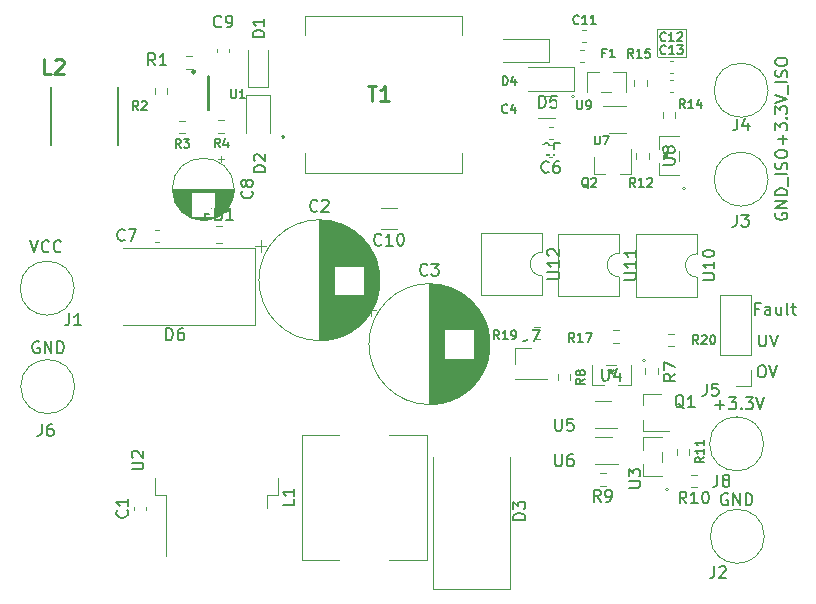
<source format=gto>
%TF.GenerationSoftware,KiCad,Pcbnew,5.1.10*%
%TF.CreationDate,2021-12-10T15:48:24+01:00*%
%TF.ProjectId,Voeding,566f6564-696e-4672-9e6b-696361645f70,rev?*%
%TF.SameCoordinates,Original*%
%TF.FileFunction,Legend,Top*%
%TF.FilePolarity,Positive*%
%FSLAX46Y46*%
G04 Gerber Fmt 4.6, Leading zero omitted, Abs format (unit mm)*
G04 Created by KiCad (PCBNEW 5.1.10) date 2021-12-10 15:48:24*
%MOMM*%
%LPD*%
G01*
G04 APERTURE LIST*
%ADD10C,0.150000*%
%ADD11C,0.120000*%
%ADD12C,0.249999*%
%ADD13C,0.200000*%
%ADD14C,0.100000*%
%ADD15C,0.127000*%
%ADD16C,0.254000*%
%ADD17C,3.200000*%
%ADD18R,0.889000X0.812800*%
%ADD19C,2.000000*%
%ADD20R,2.000000X2.000000*%
%ADD21O,1.600000X1.600000*%
%ADD22R,1.600000X1.600000*%
%ADD23R,1.500000X0.400000*%
%ADD24R,0.812800X0.889000*%
%ADD25R,10.800000X9.400000*%
%ADD26R,1.100000X4.600000*%
%ADD27R,1.599999X0.650001*%
%ADD28R,2.080000X1.070000*%
%ADD29R,0.900000X0.800000*%
%ADD30R,5.300000X2.000000*%
%ADD31R,3.600000X2.700000*%
%ADD32O,1.700000X1.700000*%
%ADD33R,1.700000X1.700000*%
%ADD34C,4.000000*%
%ADD35R,0.900000X1.200000*%
%ADD36R,1.100000X1.100000*%
%ADD37R,3.300000X4.500000*%
%ADD38R,1.500000X1.050000*%
%ADD39R,1.500000X2.400000*%
%ADD40R,1.000000X1.000000*%
%ADD41C,1.600000*%
%ADD42R,0.800000X0.900000*%
%ADD43R,4.500000X3.300000*%
G04 APERTURE END LIST*
D10*
X147010428Y-52920447D02*
X147010428Y-52158542D01*
X147391380Y-52539495D02*
X146629476Y-52539495D01*
X146391380Y-51777590D02*
X146391380Y-51158542D01*
X146772333Y-51491876D01*
X146772333Y-51349019D01*
X146819952Y-51253780D01*
X146867571Y-51206161D01*
X146962809Y-51158542D01*
X147200904Y-51158542D01*
X147296142Y-51206161D01*
X147343761Y-51253780D01*
X147391380Y-51349019D01*
X147391380Y-51634733D01*
X147343761Y-51729971D01*
X147296142Y-51777590D01*
X147296142Y-50729971D02*
X147343761Y-50682352D01*
X147391380Y-50729971D01*
X147343761Y-50777590D01*
X147296142Y-50729971D01*
X147391380Y-50729971D01*
X146391380Y-50349019D02*
X146391380Y-49729971D01*
X146772333Y-50063304D01*
X146772333Y-49920447D01*
X146819952Y-49825209D01*
X146867571Y-49777590D01*
X146962809Y-49729971D01*
X147200904Y-49729971D01*
X147296142Y-49777590D01*
X147343761Y-49825209D01*
X147391380Y-49920447D01*
X147391380Y-50206161D01*
X147343761Y-50301400D01*
X147296142Y-50349019D01*
X146391380Y-49444257D02*
X147391380Y-49110923D01*
X146391380Y-48777590D01*
X147486619Y-48682352D02*
X147486619Y-47920447D01*
X147391380Y-47682352D02*
X146391380Y-47682352D01*
X147343761Y-47253780D02*
X147391380Y-47110923D01*
X147391380Y-46872828D01*
X147343761Y-46777590D01*
X147296142Y-46729971D01*
X147200904Y-46682352D01*
X147105666Y-46682352D01*
X147010428Y-46729971D01*
X146962809Y-46777590D01*
X146915190Y-46872828D01*
X146867571Y-47063304D01*
X146819952Y-47158542D01*
X146772333Y-47206161D01*
X146677095Y-47253780D01*
X146581857Y-47253780D01*
X146486619Y-47206161D01*
X146439000Y-47158542D01*
X146391380Y-47063304D01*
X146391380Y-46825209D01*
X146439000Y-46682352D01*
X146391380Y-46063304D02*
X146391380Y-45872828D01*
X146439000Y-45777590D01*
X146534238Y-45682352D01*
X146724714Y-45634733D01*
X147058047Y-45634733D01*
X147248523Y-45682352D01*
X147343761Y-45777590D01*
X147391380Y-45872828D01*
X147391380Y-46063304D01*
X147343761Y-46158542D01*
X147248523Y-46253780D01*
X147058047Y-46301400D01*
X146724714Y-46301400D01*
X146534238Y-46253780D01*
X146439000Y-46158542D01*
X146391380Y-46063304D01*
D11*
X136357360Y-43195240D02*
X136367520Y-43423840D01*
X138821160Y-43180000D02*
X136357360Y-43195240D01*
X138841480Y-43271440D02*
X138821160Y-43180000D01*
X138821160Y-43408600D02*
X138841480Y-43271440D01*
X138831320Y-45577760D02*
X138821160Y-43408600D01*
X138709400Y-45567600D02*
X138831320Y-45577760D01*
X136408160Y-45593000D02*
X138709400Y-45567600D01*
X136398000Y-45445680D02*
X136408160Y-45593000D01*
X136367520Y-43423840D02*
X136398000Y-45445680D01*
D10*
X145145190Y-71674740D02*
X145335666Y-71674740D01*
X145430904Y-71722360D01*
X145526142Y-71817598D01*
X145573761Y-72008074D01*
X145573761Y-72341407D01*
X145526142Y-72531883D01*
X145430904Y-72627121D01*
X145335666Y-72674740D01*
X145145190Y-72674740D01*
X145049952Y-72627121D01*
X144954714Y-72531883D01*
X144907095Y-72341407D01*
X144907095Y-72008074D01*
X144954714Y-71817598D01*
X145049952Y-71722360D01*
X145145190Y-71674740D01*
X145859476Y-71674740D02*
X146192809Y-72674740D01*
X146526142Y-71674740D01*
X145010594Y-69068700D02*
X145010594Y-69878224D01*
X145058213Y-69973462D01*
X145105832Y-70021081D01*
X145201070Y-70068700D01*
X145391546Y-70068700D01*
X145486784Y-70021081D01*
X145534403Y-69973462D01*
X145582022Y-69878224D01*
X145582022Y-69068700D01*
X145915356Y-69068700D02*
X146248689Y-70068700D01*
X146582022Y-69068700D01*
X145019876Y-66862651D02*
X144686542Y-66862651D01*
X144686542Y-67386460D02*
X144686542Y-66386460D01*
X145162733Y-66386460D01*
X145972257Y-67386460D02*
X145972257Y-66862651D01*
X145924638Y-66767413D01*
X145829400Y-66719794D01*
X145638923Y-66719794D01*
X145543685Y-66767413D01*
X145972257Y-67338841D02*
X145877019Y-67386460D01*
X145638923Y-67386460D01*
X145543685Y-67338841D01*
X145496066Y-67243603D01*
X145496066Y-67148365D01*
X145543685Y-67053127D01*
X145638923Y-67005508D01*
X145877019Y-67005508D01*
X145972257Y-66957889D01*
X146877019Y-66719794D02*
X146877019Y-67386460D01*
X146448447Y-66719794D02*
X146448447Y-67243603D01*
X146496066Y-67338841D01*
X146591304Y-67386460D01*
X146734161Y-67386460D01*
X146829400Y-67338841D01*
X146877019Y-67291222D01*
X147496066Y-67386460D02*
X147400828Y-67338841D01*
X147353209Y-67243603D01*
X147353209Y-66386460D01*
X147734161Y-66719794D02*
X148115114Y-66719794D01*
X147877019Y-66386460D02*
X147877019Y-67243603D01*
X147924638Y-67338841D01*
X148019876Y-67386460D01*
X148115114Y-67386460D01*
X83319786Y-61093100D02*
X83653120Y-62093100D01*
X83986453Y-61093100D01*
X84891215Y-61997862D02*
X84843596Y-62045481D01*
X84700739Y-62093100D01*
X84605500Y-62093100D01*
X84462643Y-62045481D01*
X84367405Y-61950243D01*
X84319786Y-61855005D01*
X84272167Y-61664529D01*
X84272167Y-61521672D01*
X84319786Y-61331196D01*
X84367405Y-61235958D01*
X84462643Y-61140720D01*
X84605500Y-61093100D01*
X84700739Y-61093100D01*
X84843596Y-61140720D01*
X84891215Y-61188339D01*
X85891215Y-61997862D02*
X85843596Y-62045481D01*
X85700739Y-62093100D01*
X85605500Y-62093100D01*
X85462643Y-62045481D01*
X85367405Y-61950243D01*
X85319786Y-61855005D01*
X85272167Y-61664529D01*
X85272167Y-61521672D01*
X85319786Y-61331196D01*
X85367405Y-61235958D01*
X85462643Y-61140720D01*
X85605500Y-61093100D01*
X85700739Y-61093100D01*
X85843596Y-61140720D01*
X85891215Y-61188339D01*
X84048695Y-69680200D02*
X83953457Y-69632580D01*
X83810600Y-69632580D01*
X83667742Y-69680200D01*
X83572504Y-69775438D01*
X83524885Y-69870676D01*
X83477266Y-70061152D01*
X83477266Y-70204009D01*
X83524885Y-70394485D01*
X83572504Y-70489723D01*
X83667742Y-70584961D01*
X83810600Y-70632580D01*
X83905838Y-70632580D01*
X84048695Y-70584961D01*
X84096314Y-70537342D01*
X84096314Y-70204009D01*
X83905838Y-70204009D01*
X84524885Y-70632580D02*
X84524885Y-69632580D01*
X85096314Y-70632580D01*
X85096314Y-69632580D01*
X85572504Y-70632580D02*
X85572504Y-69632580D01*
X85810600Y-69632580D01*
X85953457Y-69680200D01*
X86048695Y-69775438D01*
X86096314Y-69870676D01*
X86143933Y-70061152D01*
X86143933Y-70204009D01*
X86096314Y-70394485D01*
X86048695Y-70489723D01*
X85953457Y-70584961D01*
X85810600Y-70632580D01*
X85572504Y-70632580D01*
X142346775Y-82563080D02*
X142251537Y-82515460D01*
X142108680Y-82515460D01*
X141965822Y-82563080D01*
X141870584Y-82658318D01*
X141822965Y-82753556D01*
X141775346Y-82944032D01*
X141775346Y-83086889D01*
X141822965Y-83277365D01*
X141870584Y-83372603D01*
X141965822Y-83467841D01*
X142108680Y-83515460D01*
X142203918Y-83515460D01*
X142346775Y-83467841D01*
X142394394Y-83420222D01*
X142394394Y-83086889D01*
X142203918Y-83086889D01*
X142822965Y-83515460D02*
X142822965Y-82515460D01*
X143394394Y-83515460D01*
X143394394Y-82515460D01*
X143870584Y-83515460D02*
X143870584Y-82515460D01*
X144108680Y-82515460D01*
X144251537Y-82563080D01*
X144346775Y-82658318D01*
X144394394Y-82753556D01*
X144442013Y-82944032D01*
X144442013Y-83086889D01*
X144394394Y-83277365D01*
X144346775Y-83372603D01*
X144251537Y-83467841D01*
X144108680Y-83515460D01*
X143870584Y-83515460D01*
X141301720Y-74996348D02*
X142063624Y-74996348D01*
X141682672Y-75377300D02*
X141682672Y-74615396D01*
X142444577Y-74377300D02*
X143063624Y-74377300D01*
X142730291Y-74758253D01*
X142873148Y-74758253D01*
X142968386Y-74805872D01*
X143016005Y-74853491D01*
X143063624Y-74948729D01*
X143063624Y-75186824D01*
X143016005Y-75282062D01*
X142968386Y-75329681D01*
X142873148Y-75377300D01*
X142587434Y-75377300D01*
X142492196Y-75329681D01*
X142444577Y-75282062D01*
X143492196Y-75282062D02*
X143539815Y-75329681D01*
X143492196Y-75377300D01*
X143444577Y-75329681D01*
X143492196Y-75282062D01*
X143492196Y-75377300D01*
X143873148Y-74377300D02*
X144492196Y-74377300D01*
X144158862Y-74758253D01*
X144301720Y-74758253D01*
X144396958Y-74805872D01*
X144444577Y-74853491D01*
X144492196Y-74948729D01*
X144492196Y-75186824D01*
X144444577Y-75282062D01*
X144396958Y-75329681D01*
X144301720Y-75377300D01*
X144016005Y-75377300D01*
X143920767Y-75329681D01*
X143873148Y-75282062D01*
X144777910Y-74377300D02*
X145111243Y-75377300D01*
X145444577Y-74377300D01*
X146439000Y-58781652D02*
X146391380Y-58876890D01*
X146391380Y-59019747D01*
X146439000Y-59162604D01*
X146534238Y-59257842D01*
X146629476Y-59305461D01*
X146819952Y-59353080D01*
X146962809Y-59353080D01*
X147153285Y-59305461D01*
X147248523Y-59257842D01*
X147343761Y-59162604D01*
X147391380Y-59019747D01*
X147391380Y-58924509D01*
X147343761Y-58781652D01*
X147296142Y-58734033D01*
X146962809Y-58734033D01*
X146962809Y-58924509D01*
X147391380Y-58305461D02*
X146391380Y-58305461D01*
X147391380Y-57734033D01*
X146391380Y-57734033D01*
X147391380Y-57257842D02*
X146391380Y-57257842D01*
X146391380Y-57019747D01*
X146439000Y-56876890D01*
X146534238Y-56781652D01*
X146629476Y-56734033D01*
X146819952Y-56686414D01*
X146962809Y-56686414D01*
X147153285Y-56734033D01*
X147248523Y-56781652D01*
X147343761Y-56876890D01*
X147391380Y-57019747D01*
X147391380Y-57257842D01*
X147486619Y-56495938D02*
X147486619Y-55734033D01*
X147391380Y-55495938D02*
X146391380Y-55495938D01*
X147343761Y-55067366D02*
X147391380Y-54924509D01*
X147391380Y-54686414D01*
X147343761Y-54591176D01*
X147296142Y-54543557D01*
X147200904Y-54495938D01*
X147105666Y-54495938D01*
X147010428Y-54543557D01*
X146962809Y-54591176D01*
X146915190Y-54686414D01*
X146867571Y-54876890D01*
X146819952Y-54972128D01*
X146772333Y-55019747D01*
X146677095Y-55067366D01*
X146581857Y-55067366D01*
X146486619Y-55019747D01*
X146439000Y-54972128D01*
X146391380Y-54876890D01*
X146391380Y-54638795D01*
X146439000Y-54495938D01*
X146391380Y-53876890D02*
X146391380Y-53686414D01*
X146439000Y-53591176D01*
X146534238Y-53495938D01*
X146724714Y-53448319D01*
X147058047Y-53448319D01*
X147248523Y-53495938D01*
X147343761Y-53591176D01*
X147391380Y-53686414D01*
X147391380Y-53876890D01*
X147343761Y-53972128D01*
X147248523Y-54067366D01*
X147058047Y-54114985D01*
X146724714Y-54114985D01*
X146534238Y-54067366D01*
X146439000Y-53972128D01*
X146391380Y-53876890D01*
D11*
%TO.C,U3*%
X137348280Y-82205560D02*
G75*
G03*
X137348280Y-82205560I-127000J0D01*
G01*
X135144280Y-80023700D02*
X135144280Y-81062560D01*
X135144280Y-81062560D02*
X136798280Y-81062560D01*
X135144280Y-77758560D02*
X135144280Y-78797420D01*
X136798280Y-77758560D02*
X135144280Y-77758560D01*
X136798280Y-79822419D02*
X136798280Y-78998701D01*
%TO.C,C2*%
X102798274Y-61080040D02*
X102798274Y-62080040D01*
X102298274Y-61580040D02*
X103298274Y-61580040D01*
X112858920Y-63856040D02*
X112858920Y-65054040D01*
X112818920Y-63593040D02*
X112818920Y-65317040D01*
X112778920Y-63393040D02*
X112778920Y-65517040D01*
X112738920Y-63225040D02*
X112738920Y-65685040D01*
X112698920Y-63077040D02*
X112698920Y-65833040D01*
X112658920Y-62945040D02*
X112658920Y-65965040D01*
X112618920Y-62825040D02*
X112618920Y-66085040D01*
X112578920Y-62713040D02*
X112578920Y-66197040D01*
X112538920Y-62609040D02*
X112538920Y-66301040D01*
X112498920Y-62511040D02*
X112498920Y-66399040D01*
X112458920Y-62418040D02*
X112458920Y-66492040D01*
X112418920Y-62330040D02*
X112418920Y-66580040D01*
X112378920Y-62246040D02*
X112378920Y-66664040D01*
X112338920Y-62166040D02*
X112338920Y-66744040D01*
X112298920Y-62090040D02*
X112298920Y-66820040D01*
X112258920Y-62016040D02*
X112258920Y-66894040D01*
X112218920Y-61945040D02*
X112218920Y-66965040D01*
X112178920Y-61876040D02*
X112178920Y-67034040D01*
X112138920Y-61810040D02*
X112138920Y-67100040D01*
X112098920Y-61746040D02*
X112098920Y-67164040D01*
X112058920Y-61685040D02*
X112058920Y-67225040D01*
X112018920Y-61625040D02*
X112018920Y-67285040D01*
X111978920Y-61566040D02*
X111978920Y-67344040D01*
X111938920Y-61510040D02*
X111938920Y-67400040D01*
X111898920Y-61455040D02*
X111898920Y-67455040D01*
X111858920Y-61401040D02*
X111858920Y-67509040D01*
X111818920Y-61349040D02*
X111818920Y-67561040D01*
X111778920Y-61299040D02*
X111778920Y-67611040D01*
X111738920Y-61249040D02*
X111738920Y-67661040D01*
X111698920Y-61201040D02*
X111698920Y-67709040D01*
X111658920Y-61154040D02*
X111658920Y-67756040D01*
X111618920Y-61108040D02*
X111618920Y-67802040D01*
X111578920Y-61063040D02*
X111578920Y-67847040D01*
X111538920Y-61019040D02*
X111538920Y-67891040D01*
X111498920Y-65696040D02*
X111498920Y-67933040D01*
X111498920Y-60977040D02*
X111498920Y-63214040D01*
X111458920Y-65696040D02*
X111458920Y-67975040D01*
X111458920Y-60935040D02*
X111458920Y-63214040D01*
X111418920Y-65696040D02*
X111418920Y-68016040D01*
X111418920Y-60894040D02*
X111418920Y-63214040D01*
X111378920Y-65696040D02*
X111378920Y-68056040D01*
X111378920Y-60854040D02*
X111378920Y-63214040D01*
X111338920Y-65696040D02*
X111338920Y-68095040D01*
X111338920Y-60815040D02*
X111338920Y-63214040D01*
X111298920Y-65696040D02*
X111298920Y-68134040D01*
X111298920Y-60776040D02*
X111298920Y-63214040D01*
X111258920Y-65696040D02*
X111258920Y-68171040D01*
X111258920Y-60739040D02*
X111258920Y-63214040D01*
X111218920Y-65696040D02*
X111218920Y-68208040D01*
X111218920Y-60702040D02*
X111218920Y-63214040D01*
X111178920Y-65696040D02*
X111178920Y-68244040D01*
X111178920Y-60666040D02*
X111178920Y-63214040D01*
X111138920Y-65696040D02*
X111138920Y-68279040D01*
X111138920Y-60631040D02*
X111138920Y-63214040D01*
X111098920Y-65696040D02*
X111098920Y-68313040D01*
X111098920Y-60597040D02*
X111098920Y-63214040D01*
X111058920Y-65696040D02*
X111058920Y-68347040D01*
X111058920Y-60563040D02*
X111058920Y-63214040D01*
X111018920Y-65696040D02*
X111018920Y-68380040D01*
X111018920Y-60530040D02*
X111018920Y-63214040D01*
X110978920Y-65696040D02*
X110978920Y-68412040D01*
X110978920Y-60498040D02*
X110978920Y-63214040D01*
X110938920Y-65696040D02*
X110938920Y-68444040D01*
X110938920Y-60466040D02*
X110938920Y-63214040D01*
X110898920Y-65696040D02*
X110898920Y-68475040D01*
X110898920Y-60435040D02*
X110898920Y-63214040D01*
X110858920Y-65696040D02*
X110858920Y-68505040D01*
X110858920Y-60405040D02*
X110858920Y-63214040D01*
X110818920Y-65696040D02*
X110818920Y-68535040D01*
X110818920Y-60375040D02*
X110818920Y-63214040D01*
X110778920Y-65696040D02*
X110778920Y-68565040D01*
X110778920Y-60345040D02*
X110778920Y-63214040D01*
X110738920Y-65696040D02*
X110738920Y-68593040D01*
X110738920Y-60317040D02*
X110738920Y-63214040D01*
X110698920Y-65696040D02*
X110698920Y-68621040D01*
X110698920Y-60289040D02*
X110698920Y-63214040D01*
X110658920Y-65696040D02*
X110658920Y-68649040D01*
X110658920Y-60261040D02*
X110658920Y-63214040D01*
X110618920Y-65696040D02*
X110618920Y-68676040D01*
X110618920Y-60234040D02*
X110618920Y-63214040D01*
X110578920Y-65696040D02*
X110578920Y-68702040D01*
X110578920Y-60208040D02*
X110578920Y-63214040D01*
X110538920Y-65696040D02*
X110538920Y-68728040D01*
X110538920Y-60182040D02*
X110538920Y-63214040D01*
X110498920Y-65696040D02*
X110498920Y-68753040D01*
X110498920Y-60157040D02*
X110498920Y-63214040D01*
X110458920Y-65696040D02*
X110458920Y-68778040D01*
X110458920Y-60132040D02*
X110458920Y-63214040D01*
X110418920Y-65696040D02*
X110418920Y-68802040D01*
X110418920Y-60108040D02*
X110418920Y-63214040D01*
X110378920Y-65696040D02*
X110378920Y-68826040D01*
X110378920Y-60084040D02*
X110378920Y-63214040D01*
X110338920Y-65696040D02*
X110338920Y-68850040D01*
X110338920Y-60060040D02*
X110338920Y-63214040D01*
X110298920Y-65696040D02*
X110298920Y-68872040D01*
X110298920Y-60038040D02*
X110298920Y-63214040D01*
X110258920Y-65696040D02*
X110258920Y-68895040D01*
X110258920Y-60015040D02*
X110258920Y-63214040D01*
X110218920Y-65696040D02*
X110218920Y-68917040D01*
X110218920Y-59993040D02*
X110218920Y-63214040D01*
X110178920Y-65696040D02*
X110178920Y-68938040D01*
X110178920Y-59972040D02*
X110178920Y-63214040D01*
X110138920Y-65696040D02*
X110138920Y-68959040D01*
X110138920Y-59951040D02*
X110138920Y-63214040D01*
X110098920Y-65696040D02*
X110098920Y-68980040D01*
X110098920Y-59930040D02*
X110098920Y-63214040D01*
X110058920Y-65696040D02*
X110058920Y-69000040D01*
X110058920Y-59910040D02*
X110058920Y-63214040D01*
X110018920Y-65696040D02*
X110018920Y-69019040D01*
X110018920Y-59891040D02*
X110018920Y-63214040D01*
X109978920Y-65696040D02*
X109978920Y-69039040D01*
X109978920Y-59871040D02*
X109978920Y-63214040D01*
X109938920Y-65696040D02*
X109938920Y-69058040D01*
X109938920Y-59852040D02*
X109938920Y-63214040D01*
X109898920Y-65696040D02*
X109898920Y-69076040D01*
X109898920Y-59834040D02*
X109898920Y-63214040D01*
X109858920Y-65696040D02*
X109858920Y-69094040D01*
X109858920Y-59816040D02*
X109858920Y-63214040D01*
X109818920Y-65696040D02*
X109818920Y-69112040D01*
X109818920Y-59798040D02*
X109818920Y-63214040D01*
X109778920Y-65696040D02*
X109778920Y-69129040D01*
X109778920Y-59781040D02*
X109778920Y-63214040D01*
X109738920Y-65696040D02*
X109738920Y-69145040D01*
X109738920Y-59765040D02*
X109738920Y-63214040D01*
X109698920Y-65696040D02*
X109698920Y-69162040D01*
X109698920Y-59748040D02*
X109698920Y-63214040D01*
X109658920Y-65696040D02*
X109658920Y-69178040D01*
X109658920Y-59732040D02*
X109658920Y-63214040D01*
X109618920Y-65696040D02*
X109618920Y-69193040D01*
X109618920Y-59717040D02*
X109618920Y-63214040D01*
X109578920Y-65696040D02*
X109578920Y-69209040D01*
X109578920Y-59701040D02*
X109578920Y-63214040D01*
X109538920Y-65696040D02*
X109538920Y-69223040D01*
X109538920Y-59687040D02*
X109538920Y-63214040D01*
X109498920Y-65696040D02*
X109498920Y-69238040D01*
X109498920Y-59672040D02*
X109498920Y-63214040D01*
X109458920Y-65696040D02*
X109458920Y-69252040D01*
X109458920Y-59658040D02*
X109458920Y-63214040D01*
X109418920Y-65696040D02*
X109418920Y-69266040D01*
X109418920Y-59644040D02*
X109418920Y-63214040D01*
X109378920Y-65696040D02*
X109378920Y-69279040D01*
X109378920Y-59631040D02*
X109378920Y-63214040D01*
X109338920Y-65696040D02*
X109338920Y-69292040D01*
X109338920Y-59618040D02*
X109338920Y-63214040D01*
X109298920Y-65696040D02*
X109298920Y-69305040D01*
X109298920Y-59605040D02*
X109298920Y-63214040D01*
X109258920Y-65696040D02*
X109258920Y-69317040D01*
X109258920Y-59593040D02*
X109258920Y-63214040D01*
X109218920Y-65696040D02*
X109218920Y-69329040D01*
X109218920Y-59581040D02*
X109218920Y-63214040D01*
X109178920Y-65696040D02*
X109178920Y-69340040D01*
X109178920Y-59570040D02*
X109178920Y-63214040D01*
X109138920Y-65696040D02*
X109138920Y-69352040D01*
X109138920Y-59558040D02*
X109138920Y-63214040D01*
X109098920Y-65696040D02*
X109098920Y-69362040D01*
X109098920Y-59548040D02*
X109098920Y-63214040D01*
X109058920Y-65696040D02*
X109058920Y-69373040D01*
X109058920Y-59537040D02*
X109058920Y-63214040D01*
X109018920Y-59527040D02*
X109018920Y-69383040D01*
X108978920Y-59517040D02*
X108978920Y-69393040D01*
X108938920Y-59508040D02*
X108938920Y-69402040D01*
X108898920Y-59499040D02*
X108898920Y-69411040D01*
X108858920Y-59490040D02*
X108858920Y-69420040D01*
X108818920Y-59481040D02*
X108818920Y-69429040D01*
X108778920Y-59473040D02*
X108778920Y-69437040D01*
X108738920Y-59465040D02*
X108738920Y-69445040D01*
X108698920Y-59458040D02*
X108698920Y-69452040D01*
X108658920Y-59451040D02*
X108658920Y-69459040D01*
X108618920Y-59444040D02*
X108618920Y-69466040D01*
X108578920Y-59437040D02*
X108578920Y-69473040D01*
X108538920Y-59431040D02*
X108538920Y-69479040D01*
X108498920Y-59425040D02*
X108498920Y-69485040D01*
X108457920Y-59420040D02*
X108457920Y-69490040D01*
X108417920Y-59415040D02*
X108417920Y-69495040D01*
X108377920Y-59410040D02*
X108377920Y-69500040D01*
X108337920Y-59405040D02*
X108337920Y-69505040D01*
X108297920Y-59401040D02*
X108297920Y-69509040D01*
X108257920Y-59397040D02*
X108257920Y-69513040D01*
X108217920Y-59393040D02*
X108217920Y-69517040D01*
X108177920Y-59390040D02*
X108177920Y-69520040D01*
X108137920Y-59387040D02*
X108137920Y-69523040D01*
X108097920Y-59385040D02*
X108097920Y-69525040D01*
X108057920Y-59382040D02*
X108057920Y-69528040D01*
X108017920Y-59380040D02*
X108017920Y-69530040D01*
X107977920Y-59378040D02*
X107977920Y-69532040D01*
X107937920Y-59377040D02*
X107937920Y-69533040D01*
X107897920Y-59376040D02*
X107897920Y-69534040D01*
X107857920Y-59375040D02*
X107857920Y-69535040D01*
X107817920Y-59375040D02*
X107817920Y-69535040D01*
X107777920Y-59375040D02*
X107777920Y-69535040D01*
X112897920Y-64455040D02*
G75*
G03*
X112897920Y-64455040I-5120000J0D01*
G01*
%TO.C,U8*%
X138225641Y-54345058D02*
X138225641Y-53521340D01*
X138225641Y-52281199D02*
X136571641Y-52281199D01*
X136571641Y-52281199D02*
X136571641Y-53320059D01*
X136571641Y-55585199D02*
X138225641Y-55585199D01*
X136571641Y-54546339D02*
X136571641Y-55585199D01*
X138775641Y-56728199D02*
G75*
G03*
X138775641Y-56728199I-127000J0D01*
G01*
%TO.C,U12*%
X126640000Y-65740000D02*
X126640000Y-64090000D01*
X121440000Y-65740000D02*
X126640000Y-65740000D01*
X121440000Y-60440000D02*
X121440000Y-65740000D01*
X126640000Y-60440000D02*
X121440000Y-60440000D01*
X126640000Y-62090000D02*
X126640000Y-60440000D01*
X126640000Y-64090000D02*
G75*
G02*
X126640000Y-62090000I0J1000000D01*
G01*
%TO.C,U11*%
X133153000Y-65820001D02*
X133153000Y-64170001D01*
X127953000Y-65820001D02*
X133153000Y-65820001D01*
X127953000Y-60520001D02*
X127953000Y-65820001D01*
X133153000Y-60520001D02*
X127953000Y-60520001D01*
X133153000Y-62170001D02*
X133153000Y-60520001D01*
X133153000Y-64170001D02*
G75*
G02*
X133153000Y-62170001I0J1000000D01*
G01*
%TO.C,U10*%
X139776000Y-65860000D02*
X139776000Y-64210000D01*
X134576000Y-65860000D02*
X139776000Y-65860000D01*
X134576000Y-60560000D02*
X134576000Y-65860000D01*
X139776000Y-60560000D02*
X134576000Y-60560000D01*
X139776000Y-62210000D02*
X139776000Y-60560000D01*
X139776000Y-64210000D02*
G75*
G02*
X139776000Y-62210000I0J1000000D01*
G01*
%TO.C,U6*%
X132531080Y-77732400D02*
X131131080Y-77732400D01*
X131131080Y-80052400D02*
X133031080Y-80052400D01*
%TO.C,U5*%
X132510760Y-74674240D02*
X131110760Y-74674240D01*
X131110760Y-76994240D02*
X133010760Y-76994240D01*
%TO.C,U4*%
X135399401Y-71256959D02*
G75*
G03*
X135399401Y-71256959I-127000J0D01*
G01*
X133090541Y-73333959D02*
X134129401Y-73333959D01*
X134129401Y-73333959D02*
X134129401Y-71679959D01*
X130825401Y-73333959D02*
X131864261Y-73333959D01*
X130825401Y-71679959D02*
X130825401Y-73333959D01*
X132889260Y-71679959D02*
X132065542Y-71679959D01*
%TO.C,U2*%
X103329000Y-82671000D02*
X103329000Y-83771000D01*
X104279000Y-82671000D02*
X103329000Y-82671000D01*
X104279000Y-81171000D02*
X104279000Y-82671000D01*
X94829000Y-82671000D02*
X94829000Y-87796000D01*
X93879000Y-82671000D02*
X94829000Y-82671000D01*
X93879000Y-81171000D02*
X93879000Y-82671000D01*
D10*
%TO.C,U1*%
X98325000Y-47175000D02*
X98425000Y-47175000D01*
X98325000Y-50075000D02*
X98425000Y-50075000D01*
X98325000Y-50075000D02*
X98325000Y-47175000D01*
X98425000Y-50075000D02*
X98425000Y-47175000D01*
D12*
X97250001Y-46800000D02*
G75*
G03*
X97250001Y-46800000I-125001J0D01*
G01*
D13*
%TO.C,T1*%
X104720001Y-52420001D02*
X104720001Y-52420001D01*
X104720001Y-52220001D02*
X104720001Y-52220001D01*
D14*
X119890001Y-55390001D02*
X119890001Y-53720001D01*
X106550001Y-55390001D02*
X119890001Y-55390001D01*
X106550001Y-55220001D02*
X106550001Y-55390001D01*
X106550001Y-53720001D02*
X106550001Y-55220001D01*
X119890001Y-42050001D02*
X119890001Y-43720001D01*
X106550001Y-42050001D02*
X119890001Y-42050001D01*
X106550001Y-43720001D02*
X106550001Y-42050001D01*
D13*
X104720001Y-52420001D02*
G75*
G03*
X104720001Y-52220001I0J100000D01*
G01*
X104720001Y-52220001D02*
G75*
G03*
X104720001Y-52420001I0J-100000D01*
G01*
D11*
%TO.C,R20*%
X137262776Y-70042500D02*
X137772224Y-70042500D01*
X137262776Y-68997500D02*
X137772224Y-68997500D01*
%TO.C,R19*%
X126482224Y-68397500D02*
X125972776Y-68397500D01*
X126482224Y-69442500D02*
X125972776Y-69442500D01*
%TO.C,R17*%
X133122224Y-68707500D02*
X132612776Y-68707500D01*
X133122224Y-69752500D02*
X132612776Y-69752500D01*
%TO.C,R15*%
X134452500Y-47507776D02*
X134452500Y-48017224D01*
X135497500Y-47507776D02*
X135497500Y-48017224D01*
%TO.C,R14*%
X137922500Y-50717224D02*
X137922500Y-50207776D01*
X136877500Y-50717224D02*
X136877500Y-50207776D01*
%TO.C,R12*%
X134602500Y-53707776D02*
X134602500Y-54217224D01*
X135647500Y-53707776D02*
X135647500Y-54217224D01*
%TO.C,R11*%
X138067500Y-78712776D02*
X138067500Y-79222224D01*
X139112500Y-78712776D02*
X139112500Y-79222224D01*
%TO.C,R10*%
X139747224Y-80957500D02*
X139237776Y-80957500D01*
X139747224Y-82002500D02*
X139237776Y-82002500D01*
%TO.C,R9*%
X131542696Y-81858380D02*
X132052144Y-81858380D01*
X131542696Y-80813380D02*
X132052144Y-80813380D01*
%TO.C,R8*%
X127950700Y-72407696D02*
X127950700Y-72917144D01*
X128995700Y-72407696D02*
X128995700Y-72917144D01*
%TO.C,R7*%
X136407420Y-72426284D02*
X136407420Y-71916836D01*
X135362420Y-72426284D02*
X135362420Y-71916836D01*
%TO.C,R4*%
X99742224Y-50927500D02*
X99232776Y-50927500D01*
X99742224Y-51972500D02*
X99232776Y-51972500D01*
%TO.C,R3*%
X96417224Y-50952500D02*
X95907776Y-50952500D01*
X96417224Y-51997500D02*
X95907776Y-51997500D01*
%TO.C,R2*%
X93827500Y-48145276D02*
X93827500Y-48654724D01*
X94872500Y-48145276D02*
X94872500Y-48654724D01*
%TO.C,R1*%
X96992224Y-45502500D02*
X96482776Y-45502500D01*
X96992224Y-46547500D02*
X96482776Y-46547500D01*
%TO.C,Q1*%
X135215000Y-74070000D02*
X136675000Y-74070000D01*
X135215000Y-77230000D02*
X137375000Y-77230000D01*
X135215000Y-77230000D02*
X135215000Y-76300000D01*
X135215000Y-74070000D02*
X135215000Y-75000000D01*
D15*
%TO.C,L2*%
X90689480Y-48059280D02*
X90689480Y-53037680D01*
X85088680Y-53037680D02*
X85088680Y-48059280D01*
D11*
%TO.C,L1*%
X106266960Y-77534480D02*
X109466960Y-77534480D01*
X106266960Y-88134480D02*
X106266960Y-77534480D01*
X109466960Y-88134480D02*
X106266960Y-88134480D01*
X116866960Y-88134480D02*
X113666960Y-88134480D01*
X116866960Y-77534480D02*
X116866960Y-88134480D01*
X113666960Y-77534480D02*
X116866960Y-77534480D01*
%TO.C,J8*%
X144340000Y-73430000D02*
X143010000Y-73430000D01*
X144340000Y-72100000D02*
X144340000Y-73430000D01*
X144340000Y-70830000D02*
X141680000Y-70830000D01*
X141680000Y-70830000D02*
X141680000Y-65690000D01*
X144340000Y-70830000D02*
X144340000Y-65690000D01*
X144340000Y-65690000D02*
X141680000Y-65690000D01*
%TO.C,J7*%
X124374600Y-70186240D02*
X125704600Y-70186240D01*
X124374600Y-71516240D02*
X124374600Y-70186240D01*
X124374600Y-72786240D02*
X127034600Y-72786240D01*
X127034600Y-72786240D02*
X127034600Y-72846240D01*
X124374600Y-72786240D02*
X124374600Y-72846240D01*
X124374600Y-72846240D02*
X127034600Y-72846240D01*
%TO.C,J6*%
X87066120Y-73466960D02*
G75*
G03*
X87066120Y-73466960I-2286000J0D01*
G01*
%TO.C,J5*%
X145389600Y-78313280D02*
G75*
G03*
X145389600Y-78313280I-2286000J0D01*
G01*
%TO.C,J4*%
X145770600Y-48374300D02*
G75*
G03*
X145770600Y-48374300I-2286000J0D01*
G01*
%TO.C,J3*%
X145770600Y-55905400D02*
G75*
G03*
X145770600Y-55905400I-2286000J0D01*
G01*
%TO.C,J2*%
X145445480Y-86141560D02*
G75*
G03*
X145445480Y-86141560I-2286000J0D01*
G01*
%TO.C,J1*%
X87015320Y-65130680D02*
G75*
G03*
X87015320Y-65130680I-2286000J0D01*
G01*
%TO.C,FB1*%
X99041976Y-61314000D02*
X99496104Y-61314000D01*
X99041976Y-59844000D02*
X99496104Y-59844000D01*
%TO.C,F1*%
X130200279Y-44940000D02*
X129874721Y-44940000D01*
X130200279Y-45960000D02*
X129874721Y-45960000D01*
%TO.C,D5*%
X129375000Y-48400000D02*
X125475000Y-48400000D01*
X129375000Y-46400000D02*
X125475000Y-46400000D01*
X129375000Y-48400000D02*
X129375000Y-46400000D01*
%TO.C,D4*%
X127200000Y-46000000D02*
X123350000Y-46000000D01*
X127200000Y-44000000D02*
X123350000Y-44000000D01*
X127200000Y-46000000D02*
X127200000Y-44000000D01*
%TO.C,D3*%
X117379680Y-90594600D02*
X117379680Y-79394600D01*
X123879680Y-90594600D02*
X123879680Y-79394600D01*
X123879680Y-90594600D02*
X117379680Y-90594600D01*
%TO.C,D2*%
X101600000Y-48800000D02*
X103600000Y-48800000D01*
X101600000Y-48800000D02*
X101600000Y-52000000D01*
X103600000Y-52000000D02*
X103600000Y-48800000D01*
%TO.C,D1*%
X101750000Y-48100000D02*
X101750000Y-44950000D01*
X103450000Y-48100000D02*
X103450000Y-44950000D01*
X101750000Y-48100000D02*
X103450000Y-48100000D01*
%TO.C,C13*%
X137440453Y-48500760D02*
X137732987Y-48500760D01*
X137440453Y-47480760D02*
X137732987Y-47480760D01*
%TO.C,C12*%
X137461873Y-46920880D02*
X137754407Y-46920880D01*
X137461873Y-45900880D02*
X137754407Y-45900880D01*
%TO.C,C11*%
X130333767Y-43310000D02*
X130041233Y-43310000D01*
X130333767Y-44330000D02*
X130041233Y-44330000D01*
%TO.C,C10*%
X114378392Y-58317720D02*
X112955888Y-58317720D01*
X114378392Y-60137720D02*
X112955888Y-60137720D01*
%TO.C,C9*%
X100135000Y-45158767D02*
X100135000Y-44866233D01*
X99115000Y-45158767D02*
X99115000Y-44866233D01*
%TO.C,C8*%
X99667400Y-54194225D02*
X99167400Y-54194225D01*
X99417400Y-53944225D02*
X99417400Y-54444225D01*
X98226400Y-59350000D02*
X97658400Y-59350000D01*
X98460400Y-59310000D02*
X97424400Y-59310000D01*
X98619400Y-59270000D02*
X97265400Y-59270000D01*
X98747400Y-59230000D02*
X97137400Y-59230000D01*
X98857400Y-59190000D02*
X97027400Y-59190000D01*
X98953400Y-59150000D02*
X96931400Y-59150000D01*
X99040400Y-59110000D02*
X96844400Y-59110000D01*
X99120400Y-59070000D02*
X96764400Y-59070000D01*
X96902400Y-59030000D02*
X96691400Y-59030000D01*
X99193400Y-59030000D02*
X98982400Y-59030000D01*
X96902400Y-58990000D02*
X96623400Y-58990000D01*
X99261400Y-58990000D02*
X98982400Y-58990000D01*
X96902400Y-58950000D02*
X96559400Y-58950000D01*
X99325400Y-58950000D02*
X98982400Y-58950000D01*
X96902400Y-58910000D02*
X96499400Y-58910000D01*
X99385400Y-58910000D02*
X98982400Y-58910000D01*
X96902400Y-58870000D02*
X96442400Y-58870000D01*
X99442400Y-58870000D02*
X98982400Y-58870000D01*
X96902400Y-58830000D02*
X96388400Y-58830000D01*
X99496400Y-58830000D02*
X98982400Y-58830000D01*
X96902400Y-58790000D02*
X96337400Y-58790000D01*
X99547400Y-58790000D02*
X98982400Y-58790000D01*
X96902400Y-58750000D02*
X96289400Y-58750000D01*
X99595400Y-58750000D02*
X98982400Y-58750000D01*
X96902400Y-58710000D02*
X96243400Y-58710000D01*
X99641400Y-58710000D02*
X98982400Y-58710000D01*
X96902400Y-58670000D02*
X96199400Y-58670000D01*
X99685400Y-58670000D02*
X98982400Y-58670000D01*
X96902400Y-58630000D02*
X96157400Y-58630000D01*
X99727400Y-58630000D02*
X98982400Y-58630000D01*
X96902400Y-58590000D02*
X96116400Y-58590000D01*
X99768400Y-58590000D02*
X98982400Y-58590000D01*
X96902400Y-58550000D02*
X96078400Y-58550000D01*
X99806400Y-58550000D02*
X98982400Y-58550000D01*
X96902400Y-58510000D02*
X96041400Y-58510000D01*
X99843400Y-58510000D02*
X98982400Y-58510000D01*
X96902400Y-58470000D02*
X96005400Y-58470000D01*
X99879400Y-58470000D02*
X98982400Y-58470000D01*
X96902400Y-58430000D02*
X95971400Y-58430000D01*
X99913400Y-58430000D02*
X98982400Y-58430000D01*
X96902400Y-58390000D02*
X95938400Y-58390000D01*
X99946400Y-58390000D02*
X98982400Y-58390000D01*
X96902400Y-58350000D02*
X95907400Y-58350000D01*
X99977400Y-58350000D02*
X98982400Y-58350000D01*
X96902400Y-58310000D02*
X95877400Y-58310000D01*
X100007400Y-58310000D02*
X98982400Y-58310000D01*
X96902400Y-58270000D02*
X95847400Y-58270000D01*
X100037400Y-58270000D02*
X98982400Y-58270000D01*
X96902400Y-58230000D02*
X95820400Y-58230000D01*
X100064400Y-58230000D02*
X98982400Y-58230000D01*
X96902400Y-58190000D02*
X95793400Y-58190000D01*
X100091400Y-58190000D02*
X98982400Y-58190000D01*
X96902400Y-58150000D02*
X95767400Y-58150000D01*
X100117400Y-58150000D02*
X98982400Y-58150000D01*
X96902400Y-58110000D02*
X95742400Y-58110000D01*
X100142400Y-58110000D02*
X98982400Y-58110000D01*
X96902400Y-58070000D02*
X95718400Y-58070000D01*
X100166400Y-58070000D02*
X98982400Y-58070000D01*
X96902400Y-58030000D02*
X95695400Y-58030000D01*
X100189400Y-58030000D02*
X98982400Y-58030000D01*
X96902400Y-57990000D02*
X95674400Y-57990000D01*
X100210400Y-57990000D02*
X98982400Y-57990000D01*
X96902400Y-57950000D02*
X95652400Y-57950000D01*
X100232400Y-57950000D02*
X98982400Y-57950000D01*
X96902400Y-57910000D02*
X95632400Y-57910000D01*
X100252400Y-57910000D02*
X98982400Y-57910000D01*
X96902400Y-57870000D02*
X95613400Y-57870000D01*
X100271400Y-57870000D02*
X98982400Y-57870000D01*
X96902400Y-57830000D02*
X95594400Y-57830000D01*
X100290400Y-57830000D02*
X98982400Y-57830000D01*
X96902400Y-57790000D02*
X95577400Y-57790000D01*
X100307400Y-57790000D02*
X98982400Y-57790000D01*
X96902400Y-57750000D02*
X95560400Y-57750000D01*
X100324400Y-57750000D02*
X98982400Y-57750000D01*
X96902400Y-57710000D02*
X95544400Y-57710000D01*
X100340400Y-57710000D02*
X98982400Y-57710000D01*
X96902400Y-57670000D02*
X95528400Y-57670000D01*
X100356400Y-57670000D02*
X98982400Y-57670000D01*
X96902400Y-57630000D02*
X95514400Y-57630000D01*
X100370400Y-57630000D02*
X98982400Y-57630000D01*
X96902400Y-57590000D02*
X95500400Y-57590000D01*
X100384400Y-57590000D02*
X98982400Y-57590000D01*
X96902400Y-57550000D02*
X95487400Y-57550000D01*
X100397400Y-57550000D02*
X98982400Y-57550000D01*
X96902400Y-57510000D02*
X95474400Y-57510000D01*
X100410400Y-57510000D02*
X98982400Y-57510000D01*
X96902400Y-57470000D02*
X95462400Y-57470000D01*
X100422400Y-57470000D02*
X98982400Y-57470000D01*
X96902400Y-57429000D02*
X95451400Y-57429000D01*
X100433400Y-57429000D02*
X98982400Y-57429000D01*
X96902400Y-57389000D02*
X95441400Y-57389000D01*
X100443400Y-57389000D02*
X98982400Y-57389000D01*
X96902400Y-57349000D02*
X95431400Y-57349000D01*
X100453400Y-57349000D02*
X98982400Y-57349000D01*
X96902400Y-57309000D02*
X95422400Y-57309000D01*
X100462400Y-57309000D02*
X98982400Y-57309000D01*
X96902400Y-57269000D02*
X95414400Y-57269000D01*
X100470400Y-57269000D02*
X98982400Y-57269000D01*
X96902400Y-57229000D02*
X95406400Y-57229000D01*
X100478400Y-57229000D02*
X98982400Y-57229000D01*
X96902400Y-57189000D02*
X95399400Y-57189000D01*
X100485400Y-57189000D02*
X98982400Y-57189000D01*
X96902400Y-57149000D02*
X95392400Y-57149000D01*
X100492400Y-57149000D02*
X98982400Y-57149000D01*
X96902400Y-57109000D02*
X95386400Y-57109000D01*
X100498400Y-57109000D02*
X98982400Y-57109000D01*
X96902400Y-57069000D02*
X95381400Y-57069000D01*
X100503400Y-57069000D02*
X98982400Y-57069000D01*
X96902400Y-57029000D02*
X95377400Y-57029000D01*
X100507400Y-57029000D02*
X98982400Y-57029000D01*
X96902400Y-56989000D02*
X95373400Y-56989000D01*
X100511400Y-56989000D02*
X98982400Y-56989000D01*
X100515400Y-56949000D02*
X95369400Y-56949000D01*
X100518400Y-56909000D02*
X95366400Y-56909000D01*
X100520400Y-56869000D02*
X95364400Y-56869000D01*
X100521400Y-56829000D02*
X95363400Y-56829000D01*
X100522400Y-56789000D02*
X95362400Y-56789000D01*
X100522400Y-56749000D02*
X95362400Y-56749000D01*
X100562400Y-56749000D02*
G75*
G03*
X100562400Y-56749000I-2620000J0D01*
G01*
%TO.C,C7*%
X94183247Y-60201080D02*
X93890713Y-60201080D01*
X94183247Y-61221080D02*
X93890713Y-61221080D01*
%TO.C,C6*%
X127508767Y-52990000D02*
X127216233Y-52990000D01*
X127508767Y-54010000D02*
X127216233Y-54010000D01*
%TO.C,C5*%
X127546267Y-51490000D02*
X127253733Y-51490000D01*
X127546267Y-52510000D02*
X127253733Y-52510000D01*
%TO.C,C4*%
X127728632Y-48889240D02*
X126306128Y-48889240D01*
X127728632Y-50709240D02*
X126306128Y-50709240D01*
%TO.C,C3*%
X112113714Y-66490240D02*
X112113714Y-67490240D01*
X111613714Y-66990240D02*
X112613714Y-66990240D01*
X122174360Y-69266240D02*
X122174360Y-70464240D01*
X122134360Y-69003240D02*
X122134360Y-70727240D01*
X122094360Y-68803240D02*
X122094360Y-70927240D01*
X122054360Y-68635240D02*
X122054360Y-71095240D01*
X122014360Y-68487240D02*
X122014360Y-71243240D01*
X121974360Y-68355240D02*
X121974360Y-71375240D01*
X121934360Y-68235240D02*
X121934360Y-71495240D01*
X121894360Y-68123240D02*
X121894360Y-71607240D01*
X121854360Y-68019240D02*
X121854360Y-71711240D01*
X121814360Y-67921240D02*
X121814360Y-71809240D01*
X121774360Y-67828240D02*
X121774360Y-71902240D01*
X121734360Y-67740240D02*
X121734360Y-71990240D01*
X121694360Y-67656240D02*
X121694360Y-72074240D01*
X121654360Y-67576240D02*
X121654360Y-72154240D01*
X121614360Y-67500240D02*
X121614360Y-72230240D01*
X121574360Y-67426240D02*
X121574360Y-72304240D01*
X121534360Y-67355240D02*
X121534360Y-72375240D01*
X121494360Y-67286240D02*
X121494360Y-72444240D01*
X121454360Y-67220240D02*
X121454360Y-72510240D01*
X121414360Y-67156240D02*
X121414360Y-72574240D01*
X121374360Y-67095240D02*
X121374360Y-72635240D01*
X121334360Y-67035240D02*
X121334360Y-72695240D01*
X121294360Y-66976240D02*
X121294360Y-72754240D01*
X121254360Y-66920240D02*
X121254360Y-72810240D01*
X121214360Y-66865240D02*
X121214360Y-72865240D01*
X121174360Y-66811240D02*
X121174360Y-72919240D01*
X121134360Y-66759240D02*
X121134360Y-72971240D01*
X121094360Y-66709240D02*
X121094360Y-73021240D01*
X121054360Y-66659240D02*
X121054360Y-73071240D01*
X121014360Y-66611240D02*
X121014360Y-73119240D01*
X120974360Y-66564240D02*
X120974360Y-73166240D01*
X120934360Y-66518240D02*
X120934360Y-73212240D01*
X120894360Y-66473240D02*
X120894360Y-73257240D01*
X120854360Y-66429240D02*
X120854360Y-73301240D01*
X120814360Y-71106240D02*
X120814360Y-73343240D01*
X120814360Y-66387240D02*
X120814360Y-68624240D01*
X120774360Y-71106240D02*
X120774360Y-73385240D01*
X120774360Y-66345240D02*
X120774360Y-68624240D01*
X120734360Y-71106240D02*
X120734360Y-73426240D01*
X120734360Y-66304240D02*
X120734360Y-68624240D01*
X120694360Y-71106240D02*
X120694360Y-73466240D01*
X120694360Y-66264240D02*
X120694360Y-68624240D01*
X120654360Y-71106240D02*
X120654360Y-73505240D01*
X120654360Y-66225240D02*
X120654360Y-68624240D01*
X120614360Y-71106240D02*
X120614360Y-73544240D01*
X120614360Y-66186240D02*
X120614360Y-68624240D01*
X120574360Y-71106240D02*
X120574360Y-73581240D01*
X120574360Y-66149240D02*
X120574360Y-68624240D01*
X120534360Y-71106240D02*
X120534360Y-73618240D01*
X120534360Y-66112240D02*
X120534360Y-68624240D01*
X120494360Y-71106240D02*
X120494360Y-73654240D01*
X120494360Y-66076240D02*
X120494360Y-68624240D01*
X120454360Y-71106240D02*
X120454360Y-73689240D01*
X120454360Y-66041240D02*
X120454360Y-68624240D01*
X120414360Y-71106240D02*
X120414360Y-73723240D01*
X120414360Y-66007240D02*
X120414360Y-68624240D01*
X120374360Y-71106240D02*
X120374360Y-73757240D01*
X120374360Y-65973240D02*
X120374360Y-68624240D01*
X120334360Y-71106240D02*
X120334360Y-73790240D01*
X120334360Y-65940240D02*
X120334360Y-68624240D01*
X120294360Y-71106240D02*
X120294360Y-73822240D01*
X120294360Y-65908240D02*
X120294360Y-68624240D01*
X120254360Y-71106240D02*
X120254360Y-73854240D01*
X120254360Y-65876240D02*
X120254360Y-68624240D01*
X120214360Y-71106240D02*
X120214360Y-73885240D01*
X120214360Y-65845240D02*
X120214360Y-68624240D01*
X120174360Y-71106240D02*
X120174360Y-73915240D01*
X120174360Y-65815240D02*
X120174360Y-68624240D01*
X120134360Y-71106240D02*
X120134360Y-73945240D01*
X120134360Y-65785240D02*
X120134360Y-68624240D01*
X120094360Y-71106240D02*
X120094360Y-73975240D01*
X120094360Y-65755240D02*
X120094360Y-68624240D01*
X120054360Y-71106240D02*
X120054360Y-74003240D01*
X120054360Y-65727240D02*
X120054360Y-68624240D01*
X120014360Y-71106240D02*
X120014360Y-74031240D01*
X120014360Y-65699240D02*
X120014360Y-68624240D01*
X119974360Y-71106240D02*
X119974360Y-74059240D01*
X119974360Y-65671240D02*
X119974360Y-68624240D01*
X119934360Y-71106240D02*
X119934360Y-74086240D01*
X119934360Y-65644240D02*
X119934360Y-68624240D01*
X119894360Y-71106240D02*
X119894360Y-74112240D01*
X119894360Y-65618240D02*
X119894360Y-68624240D01*
X119854360Y-71106240D02*
X119854360Y-74138240D01*
X119854360Y-65592240D02*
X119854360Y-68624240D01*
X119814360Y-71106240D02*
X119814360Y-74163240D01*
X119814360Y-65567240D02*
X119814360Y-68624240D01*
X119774360Y-71106240D02*
X119774360Y-74188240D01*
X119774360Y-65542240D02*
X119774360Y-68624240D01*
X119734360Y-71106240D02*
X119734360Y-74212240D01*
X119734360Y-65518240D02*
X119734360Y-68624240D01*
X119694360Y-71106240D02*
X119694360Y-74236240D01*
X119694360Y-65494240D02*
X119694360Y-68624240D01*
X119654360Y-71106240D02*
X119654360Y-74260240D01*
X119654360Y-65470240D02*
X119654360Y-68624240D01*
X119614360Y-71106240D02*
X119614360Y-74282240D01*
X119614360Y-65448240D02*
X119614360Y-68624240D01*
X119574360Y-71106240D02*
X119574360Y-74305240D01*
X119574360Y-65425240D02*
X119574360Y-68624240D01*
X119534360Y-71106240D02*
X119534360Y-74327240D01*
X119534360Y-65403240D02*
X119534360Y-68624240D01*
X119494360Y-71106240D02*
X119494360Y-74348240D01*
X119494360Y-65382240D02*
X119494360Y-68624240D01*
X119454360Y-71106240D02*
X119454360Y-74369240D01*
X119454360Y-65361240D02*
X119454360Y-68624240D01*
X119414360Y-71106240D02*
X119414360Y-74390240D01*
X119414360Y-65340240D02*
X119414360Y-68624240D01*
X119374360Y-71106240D02*
X119374360Y-74410240D01*
X119374360Y-65320240D02*
X119374360Y-68624240D01*
X119334360Y-71106240D02*
X119334360Y-74429240D01*
X119334360Y-65301240D02*
X119334360Y-68624240D01*
X119294360Y-71106240D02*
X119294360Y-74449240D01*
X119294360Y-65281240D02*
X119294360Y-68624240D01*
X119254360Y-71106240D02*
X119254360Y-74468240D01*
X119254360Y-65262240D02*
X119254360Y-68624240D01*
X119214360Y-71106240D02*
X119214360Y-74486240D01*
X119214360Y-65244240D02*
X119214360Y-68624240D01*
X119174360Y-71106240D02*
X119174360Y-74504240D01*
X119174360Y-65226240D02*
X119174360Y-68624240D01*
X119134360Y-71106240D02*
X119134360Y-74522240D01*
X119134360Y-65208240D02*
X119134360Y-68624240D01*
X119094360Y-71106240D02*
X119094360Y-74539240D01*
X119094360Y-65191240D02*
X119094360Y-68624240D01*
X119054360Y-71106240D02*
X119054360Y-74555240D01*
X119054360Y-65175240D02*
X119054360Y-68624240D01*
X119014360Y-71106240D02*
X119014360Y-74572240D01*
X119014360Y-65158240D02*
X119014360Y-68624240D01*
X118974360Y-71106240D02*
X118974360Y-74588240D01*
X118974360Y-65142240D02*
X118974360Y-68624240D01*
X118934360Y-71106240D02*
X118934360Y-74603240D01*
X118934360Y-65127240D02*
X118934360Y-68624240D01*
X118894360Y-71106240D02*
X118894360Y-74619240D01*
X118894360Y-65111240D02*
X118894360Y-68624240D01*
X118854360Y-71106240D02*
X118854360Y-74633240D01*
X118854360Y-65097240D02*
X118854360Y-68624240D01*
X118814360Y-71106240D02*
X118814360Y-74648240D01*
X118814360Y-65082240D02*
X118814360Y-68624240D01*
X118774360Y-71106240D02*
X118774360Y-74662240D01*
X118774360Y-65068240D02*
X118774360Y-68624240D01*
X118734360Y-71106240D02*
X118734360Y-74676240D01*
X118734360Y-65054240D02*
X118734360Y-68624240D01*
X118694360Y-71106240D02*
X118694360Y-74689240D01*
X118694360Y-65041240D02*
X118694360Y-68624240D01*
X118654360Y-71106240D02*
X118654360Y-74702240D01*
X118654360Y-65028240D02*
X118654360Y-68624240D01*
X118614360Y-71106240D02*
X118614360Y-74715240D01*
X118614360Y-65015240D02*
X118614360Y-68624240D01*
X118574360Y-71106240D02*
X118574360Y-74727240D01*
X118574360Y-65003240D02*
X118574360Y-68624240D01*
X118534360Y-71106240D02*
X118534360Y-74739240D01*
X118534360Y-64991240D02*
X118534360Y-68624240D01*
X118494360Y-71106240D02*
X118494360Y-74750240D01*
X118494360Y-64980240D02*
X118494360Y-68624240D01*
X118454360Y-71106240D02*
X118454360Y-74762240D01*
X118454360Y-64968240D02*
X118454360Y-68624240D01*
X118414360Y-71106240D02*
X118414360Y-74772240D01*
X118414360Y-64958240D02*
X118414360Y-68624240D01*
X118374360Y-71106240D02*
X118374360Y-74783240D01*
X118374360Y-64947240D02*
X118374360Y-68624240D01*
X118334360Y-64937240D02*
X118334360Y-74793240D01*
X118294360Y-64927240D02*
X118294360Y-74803240D01*
X118254360Y-64918240D02*
X118254360Y-74812240D01*
X118214360Y-64909240D02*
X118214360Y-74821240D01*
X118174360Y-64900240D02*
X118174360Y-74830240D01*
X118134360Y-64891240D02*
X118134360Y-74839240D01*
X118094360Y-64883240D02*
X118094360Y-74847240D01*
X118054360Y-64875240D02*
X118054360Y-74855240D01*
X118014360Y-64868240D02*
X118014360Y-74862240D01*
X117974360Y-64861240D02*
X117974360Y-74869240D01*
X117934360Y-64854240D02*
X117934360Y-74876240D01*
X117894360Y-64847240D02*
X117894360Y-74883240D01*
X117854360Y-64841240D02*
X117854360Y-74889240D01*
X117814360Y-64835240D02*
X117814360Y-74895240D01*
X117773360Y-64830240D02*
X117773360Y-74900240D01*
X117733360Y-64825240D02*
X117733360Y-74905240D01*
X117693360Y-64820240D02*
X117693360Y-74910240D01*
X117653360Y-64815240D02*
X117653360Y-74915240D01*
X117613360Y-64811240D02*
X117613360Y-74919240D01*
X117573360Y-64807240D02*
X117573360Y-74923240D01*
X117533360Y-64803240D02*
X117533360Y-74927240D01*
X117493360Y-64800240D02*
X117493360Y-74930240D01*
X117453360Y-64797240D02*
X117453360Y-74933240D01*
X117413360Y-64795240D02*
X117413360Y-74935240D01*
X117373360Y-64792240D02*
X117373360Y-74938240D01*
X117333360Y-64790240D02*
X117333360Y-74940240D01*
X117293360Y-64788240D02*
X117293360Y-74942240D01*
X117253360Y-64787240D02*
X117253360Y-74943240D01*
X117213360Y-64786240D02*
X117213360Y-74944240D01*
X117173360Y-64785240D02*
X117173360Y-74945240D01*
X117133360Y-64785240D02*
X117133360Y-74945240D01*
X117093360Y-64785240D02*
X117093360Y-74945240D01*
X122213360Y-69865240D02*
G75*
G03*
X122213360Y-69865240I-5120000J0D01*
G01*
%TO.C,C1*%
X93072680Y-83920547D02*
X93072680Y-83628013D01*
X92052680Y-83920547D02*
X92052680Y-83628013D01*
%TO.C,Q2*%
X130995000Y-55485000D02*
X131925000Y-55485000D01*
X134155000Y-55485000D02*
X133225000Y-55485000D01*
X134155000Y-55485000D02*
X134155000Y-53325000D01*
X130995000Y-55485000D02*
X130995000Y-54025000D01*
%TO.C,U9*%
X129381999Y-48920000D02*
G75*
G03*
X129381999Y-48920000I-127000J0D01*
G01*
X131436859Y-46843000D02*
X130397999Y-46843000D01*
X130397999Y-46843000D02*
X130397999Y-48497000D01*
X133701999Y-46843000D02*
X132663139Y-46843000D01*
X133701999Y-48497000D02*
X133701999Y-46843000D01*
X131638140Y-48497000D02*
X132461858Y-48497000D01*
%TO.C,U7*%
X132325000Y-52035000D02*
X133725000Y-52035000D01*
X133725000Y-49715000D02*
X131825000Y-49715000D01*
%TO.C,D6*%
X102354800Y-61733360D02*
X102354800Y-68233360D01*
X102354800Y-61733360D02*
X91154800Y-61733360D01*
X102354800Y-68233360D02*
X91154800Y-68233360D01*
%TO.C,U3*%
D10*
X133952380Y-82011904D02*
X134761904Y-82011904D01*
X134857142Y-81964285D01*
X134904761Y-81916666D01*
X134952380Y-81821428D01*
X134952380Y-81630952D01*
X134904761Y-81535714D01*
X134857142Y-81488095D01*
X134761904Y-81440476D01*
X133952380Y-81440476D01*
X133952380Y-81059523D02*
X133952380Y-80440476D01*
X134333333Y-80773809D01*
X134333333Y-80630952D01*
X134380952Y-80535714D01*
X134428571Y-80488095D01*
X134523809Y-80440476D01*
X134761904Y-80440476D01*
X134857142Y-80488095D01*
X134904761Y-80535714D01*
X134952380Y-80630952D01*
X134952380Y-80916666D01*
X134904761Y-81011904D01*
X134857142Y-81059523D01*
%TO.C,C2*%
X107611253Y-58562182D02*
X107563634Y-58609801D01*
X107420777Y-58657420D01*
X107325539Y-58657420D01*
X107182681Y-58609801D01*
X107087443Y-58514563D01*
X107039824Y-58419325D01*
X106992205Y-58228849D01*
X106992205Y-58085992D01*
X107039824Y-57895516D01*
X107087443Y-57800278D01*
X107182681Y-57705040D01*
X107325539Y-57657420D01*
X107420777Y-57657420D01*
X107563634Y-57705040D01*
X107611253Y-57752659D01*
X107992205Y-57752659D02*
X108039824Y-57705040D01*
X108135062Y-57657420D01*
X108373158Y-57657420D01*
X108468396Y-57705040D01*
X108516015Y-57752659D01*
X108563634Y-57847897D01*
X108563634Y-57943135D01*
X108516015Y-58085992D01*
X107944586Y-58657420D01*
X108563634Y-58657420D01*
%TO.C,U8*%
X136851021Y-54695103D02*
X137660545Y-54695103D01*
X137755783Y-54647484D01*
X137803402Y-54599865D01*
X137851021Y-54504627D01*
X137851021Y-54314151D01*
X137803402Y-54218913D01*
X137755783Y-54171294D01*
X137660545Y-54123675D01*
X136851021Y-54123675D01*
X137279593Y-53504627D02*
X137231974Y-53599865D01*
X137184355Y-53647484D01*
X137089117Y-53695103D01*
X137041498Y-53695103D01*
X136946260Y-53647484D01*
X136898641Y-53599865D01*
X136851021Y-53504627D01*
X136851021Y-53314151D01*
X136898641Y-53218913D01*
X136946260Y-53171294D01*
X137041498Y-53123675D01*
X137089117Y-53123675D01*
X137184355Y-53171294D01*
X137231974Y-53218913D01*
X137279593Y-53314151D01*
X137279593Y-53504627D01*
X137327212Y-53599865D01*
X137374831Y-53647484D01*
X137470069Y-53695103D01*
X137660545Y-53695103D01*
X137755783Y-53647484D01*
X137803402Y-53599865D01*
X137851021Y-53504627D01*
X137851021Y-53314151D01*
X137803402Y-53218913D01*
X137755783Y-53171294D01*
X137660545Y-53123675D01*
X137470069Y-53123675D01*
X137374831Y-53171294D01*
X137327212Y-53218913D01*
X137279593Y-53314151D01*
X136851021Y-53933199D02*
X137089117Y-53933199D01*
X136993879Y-54171294D02*
X137089117Y-53933199D01*
X136993879Y-53695103D01*
X137279593Y-54076056D02*
X137089117Y-53933199D01*
X137279593Y-53790341D01*
%TO.C,U12*%
X127092380Y-64328095D02*
X127901904Y-64328095D01*
X127997142Y-64280476D01*
X128044761Y-64232857D01*
X128092380Y-64137619D01*
X128092380Y-63947142D01*
X128044761Y-63851904D01*
X127997142Y-63804285D01*
X127901904Y-63756666D01*
X127092380Y-63756666D01*
X128092380Y-62756666D02*
X128092380Y-63328095D01*
X128092380Y-63042380D02*
X127092380Y-63042380D01*
X127235238Y-63137619D01*
X127330476Y-63232857D01*
X127378095Y-63328095D01*
X127187619Y-62375714D02*
X127140000Y-62328095D01*
X127092380Y-62232857D01*
X127092380Y-61994761D01*
X127140000Y-61899523D01*
X127187619Y-61851904D01*
X127282857Y-61804285D01*
X127378095Y-61804285D01*
X127520952Y-61851904D01*
X128092380Y-62423333D01*
X128092380Y-61804285D01*
%TO.C,U11*%
X133605380Y-64408096D02*
X134414904Y-64408096D01*
X134510142Y-64360477D01*
X134557761Y-64312858D01*
X134605380Y-64217620D01*
X134605380Y-64027143D01*
X134557761Y-63931905D01*
X134510142Y-63884286D01*
X134414904Y-63836667D01*
X133605380Y-63836667D01*
X134605380Y-62836667D02*
X134605380Y-63408096D01*
X134605380Y-63122381D02*
X133605380Y-63122381D01*
X133748238Y-63217620D01*
X133843476Y-63312858D01*
X133891095Y-63408096D01*
X134605380Y-61884286D02*
X134605380Y-62455715D01*
X134605380Y-62170001D02*
X133605380Y-62170001D01*
X133748238Y-62265239D01*
X133843476Y-62360477D01*
X133891095Y-62455715D01*
%TO.C,U10*%
X140228380Y-64448095D02*
X141037904Y-64448095D01*
X141133142Y-64400476D01*
X141180761Y-64352857D01*
X141228380Y-64257619D01*
X141228380Y-64067142D01*
X141180761Y-63971904D01*
X141133142Y-63924285D01*
X141037904Y-63876666D01*
X140228380Y-63876666D01*
X141228380Y-62876666D02*
X141228380Y-63448095D01*
X141228380Y-63162380D02*
X140228380Y-63162380D01*
X140371238Y-63257619D01*
X140466476Y-63352857D01*
X140514095Y-63448095D01*
X140228380Y-62257619D02*
X140228380Y-62162380D01*
X140276000Y-62067142D01*
X140323619Y-62019523D01*
X140418857Y-61971904D01*
X140609333Y-61924285D01*
X140847428Y-61924285D01*
X141037904Y-61971904D01*
X141133142Y-62019523D01*
X141180761Y-62067142D01*
X141228380Y-62162380D01*
X141228380Y-62257619D01*
X141180761Y-62352857D01*
X141133142Y-62400476D01*
X141037904Y-62448095D01*
X140847428Y-62495714D01*
X140609333Y-62495714D01*
X140418857Y-62448095D01*
X140323619Y-62400476D01*
X140276000Y-62352857D01*
X140228380Y-62257619D01*
%TO.C,U6*%
X127738095Y-79202380D02*
X127738095Y-80011904D01*
X127785714Y-80107142D01*
X127833333Y-80154761D01*
X127928571Y-80202380D01*
X128119047Y-80202380D01*
X128214285Y-80154761D01*
X128261904Y-80107142D01*
X128309523Y-80011904D01*
X128309523Y-79202380D01*
X129214285Y-79202380D02*
X129023809Y-79202380D01*
X128928571Y-79250000D01*
X128880952Y-79297619D01*
X128785714Y-79440476D01*
X128738095Y-79630952D01*
X128738095Y-80011904D01*
X128785714Y-80107142D01*
X128833333Y-80154761D01*
X128928571Y-80202380D01*
X129119047Y-80202380D01*
X129214285Y-80154761D01*
X129261904Y-80107142D01*
X129309523Y-80011904D01*
X129309523Y-79773809D01*
X129261904Y-79678571D01*
X129214285Y-79630952D01*
X129119047Y-79583333D01*
X128928571Y-79583333D01*
X128833333Y-79630952D01*
X128785714Y-79678571D01*
X128738095Y-79773809D01*
%TO.C,U5*%
X127738095Y-76202380D02*
X127738095Y-77011904D01*
X127785714Y-77107142D01*
X127833333Y-77154761D01*
X127928571Y-77202380D01*
X128119047Y-77202380D01*
X128214285Y-77154761D01*
X128261904Y-77107142D01*
X128309523Y-77011904D01*
X128309523Y-76202380D01*
X129261904Y-76202380D02*
X128785714Y-76202380D01*
X128738095Y-76678571D01*
X128785714Y-76630952D01*
X128880952Y-76583333D01*
X129119047Y-76583333D01*
X129214285Y-76630952D01*
X129261904Y-76678571D01*
X129309523Y-76773809D01*
X129309523Y-77011904D01*
X129261904Y-77107142D01*
X129214285Y-77154761D01*
X129119047Y-77202380D01*
X128880952Y-77202380D01*
X128785714Y-77154761D01*
X128738095Y-77107142D01*
%TO.C,U4*%
X131715496Y-71959339D02*
X131715496Y-72768863D01*
X131763115Y-72864101D01*
X131810734Y-72911720D01*
X131905972Y-72959339D01*
X132096448Y-72959339D01*
X132191686Y-72911720D01*
X132239305Y-72864101D01*
X132286924Y-72768863D01*
X132286924Y-71959339D01*
X133191686Y-72292673D02*
X133191686Y-72959339D01*
X132953591Y-71911720D02*
X132715496Y-72626006D01*
X133334543Y-72626006D01*
X132477401Y-71959339D02*
X132477401Y-72197435D01*
X132239305Y-72102197D02*
X132477401Y-72197435D01*
X132715496Y-72102197D01*
X132334543Y-72387911D02*
X132477401Y-72197435D01*
X132620258Y-72387911D01*
%TO.C,U2*%
X91881380Y-80482904D02*
X92690904Y-80482904D01*
X92786142Y-80435285D01*
X92833761Y-80387666D01*
X92881380Y-80292428D01*
X92881380Y-80101952D01*
X92833761Y-80006714D01*
X92786142Y-79959095D01*
X92690904Y-79911476D01*
X91881380Y-79911476D01*
X91976619Y-79482904D02*
X91929000Y-79435285D01*
X91881380Y-79340047D01*
X91881380Y-79101952D01*
X91929000Y-79006714D01*
X91976619Y-78959095D01*
X92071857Y-78911476D01*
X92167095Y-78911476D01*
X92309952Y-78959095D01*
X92881380Y-79530523D01*
X92881380Y-78911476D01*
%TO.C,U1*%
X100301271Y-48291245D02*
X100301271Y-48898388D01*
X100336985Y-48969817D01*
X100372700Y-49005531D01*
X100444128Y-49041245D01*
X100586985Y-49041245D01*
X100658414Y-49005531D01*
X100694128Y-48969817D01*
X100729842Y-48898388D01*
X100729842Y-48291245D01*
X101479842Y-49041245D02*
X101051271Y-49041245D01*
X101265557Y-49041245D02*
X101265557Y-48291245D01*
X101194128Y-48398388D01*
X101122700Y-48469817D01*
X101051271Y-48505531D01*
%TO.C,T1*%
D16*
X111862381Y-48024524D02*
X112588096Y-48024524D01*
X112225239Y-49294524D02*
X112225239Y-48024524D01*
X113676667Y-49294524D02*
X112950953Y-49294524D01*
X113313810Y-49294524D02*
X113313810Y-48024524D01*
X113192858Y-48205953D01*
X113071905Y-48326905D01*
X112950953Y-48387381D01*
%TO.C,R20*%
D10*
X139865557Y-69859085D02*
X139615557Y-69501942D01*
X139436985Y-69859085D02*
X139436985Y-69109085D01*
X139722700Y-69109085D01*
X139794128Y-69144800D01*
X139829842Y-69180514D01*
X139865557Y-69251942D01*
X139865557Y-69359085D01*
X139829842Y-69430514D01*
X139794128Y-69466228D01*
X139722700Y-69501942D01*
X139436985Y-69501942D01*
X140151271Y-69180514D02*
X140186985Y-69144800D01*
X140258414Y-69109085D01*
X140436985Y-69109085D01*
X140508414Y-69144800D01*
X140544128Y-69180514D01*
X140579842Y-69251942D01*
X140579842Y-69323371D01*
X140544128Y-69430514D01*
X140115557Y-69859085D01*
X140579842Y-69859085D01*
X141044128Y-69109085D02*
X141115557Y-69109085D01*
X141186985Y-69144800D01*
X141222700Y-69180514D01*
X141258414Y-69251942D01*
X141294128Y-69394800D01*
X141294128Y-69573371D01*
X141258414Y-69716228D01*
X141222700Y-69787657D01*
X141186985Y-69823371D01*
X141115557Y-69859085D01*
X141044128Y-69859085D01*
X140972700Y-69823371D01*
X140936985Y-69787657D01*
X140901271Y-69716228D01*
X140865557Y-69573371D01*
X140865557Y-69394800D01*
X140901271Y-69251942D01*
X140936985Y-69180514D01*
X140972700Y-69144800D01*
X141044128Y-69109085D01*
%TO.C,R19*%
X123005037Y-69452685D02*
X122755037Y-69095542D01*
X122576465Y-69452685D02*
X122576465Y-68702685D01*
X122862180Y-68702685D01*
X122933608Y-68738400D01*
X122969322Y-68774114D01*
X123005037Y-68845542D01*
X123005037Y-68952685D01*
X122969322Y-69024114D01*
X122933608Y-69059828D01*
X122862180Y-69095542D01*
X122576465Y-69095542D01*
X123719322Y-69452685D02*
X123290751Y-69452685D01*
X123505037Y-69452685D02*
X123505037Y-68702685D01*
X123433608Y-68809828D01*
X123362180Y-68881257D01*
X123290751Y-68916971D01*
X124076465Y-69452685D02*
X124219322Y-69452685D01*
X124290751Y-69416971D01*
X124326465Y-69381257D01*
X124397894Y-69274114D01*
X124433608Y-69131257D01*
X124433608Y-68845542D01*
X124397894Y-68774114D01*
X124362180Y-68738400D01*
X124290751Y-68702685D01*
X124147894Y-68702685D01*
X124076465Y-68738400D01*
X124040751Y-68774114D01*
X124005037Y-68845542D01*
X124005037Y-69024114D01*
X124040751Y-69095542D01*
X124076465Y-69131257D01*
X124147894Y-69166971D01*
X124290751Y-69166971D01*
X124362180Y-69131257D01*
X124397894Y-69095542D01*
X124433608Y-69024114D01*
%TO.C,R17*%
X129355037Y-69673665D02*
X129105037Y-69316522D01*
X128926465Y-69673665D02*
X128926465Y-68923665D01*
X129212180Y-68923665D01*
X129283608Y-68959380D01*
X129319322Y-68995094D01*
X129355037Y-69066522D01*
X129355037Y-69173665D01*
X129319322Y-69245094D01*
X129283608Y-69280808D01*
X129212180Y-69316522D01*
X128926465Y-69316522D01*
X130069322Y-69673665D02*
X129640751Y-69673665D01*
X129855037Y-69673665D02*
X129855037Y-68923665D01*
X129783608Y-69030808D01*
X129712180Y-69102237D01*
X129640751Y-69137951D01*
X130319322Y-68923665D02*
X130819322Y-68923665D01*
X130497894Y-69673665D01*
%TO.C,R15*%
X134356297Y-45612245D02*
X134106297Y-45255102D01*
X133927725Y-45612245D02*
X133927725Y-44862245D01*
X134213440Y-44862245D01*
X134284868Y-44897960D01*
X134320582Y-44933674D01*
X134356297Y-45005102D01*
X134356297Y-45112245D01*
X134320582Y-45183674D01*
X134284868Y-45219388D01*
X134213440Y-45255102D01*
X133927725Y-45255102D01*
X135070582Y-45612245D02*
X134642011Y-45612245D01*
X134856297Y-45612245D02*
X134856297Y-44862245D01*
X134784868Y-44969388D01*
X134713440Y-45040817D01*
X134642011Y-45076531D01*
X135749154Y-44862245D02*
X135392011Y-44862245D01*
X135356297Y-45219388D01*
X135392011Y-45183674D01*
X135463440Y-45147960D01*
X135642011Y-45147960D01*
X135713440Y-45183674D01*
X135749154Y-45219388D01*
X135784868Y-45290817D01*
X135784868Y-45469388D01*
X135749154Y-45540817D01*
X135713440Y-45576531D01*
X135642011Y-45612245D01*
X135463440Y-45612245D01*
X135392011Y-45576531D01*
X135356297Y-45540817D01*
%TO.C,R14*%
X138714937Y-49904845D02*
X138464937Y-49547702D01*
X138286365Y-49904845D02*
X138286365Y-49154845D01*
X138572080Y-49154845D01*
X138643508Y-49190560D01*
X138679222Y-49226274D01*
X138714937Y-49297702D01*
X138714937Y-49404845D01*
X138679222Y-49476274D01*
X138643508Y-49511988D01*
X138572080Y-49547702D01*
X138286365Y-49547702D01*
X139429222Y-49904845D02*
X139000651Y-49904845D01*
X139214937Y-49904845D02*
X139214937Y-49154845D01*
X139143508Y-49261988D01*
X139072080Y-49333417D01*
X139000651Y-49369131D01*
X140072080Y-49404845D02*
X140072080Y-49904845D01*
X139893508Y-49119131D02*
X139714937Y-49654845D01*
X140179222Y-49654845D01*
%TO.C,R12*%
X134523937Y-56544405D02*
X134273937Y-56187262D01*
X134095365Y-56544405D02*
X134095365Y-55794405D01*
X134381080Y-55794405D01*
X134452508Y-55830120D01*
X134488222Y-55865834D01*
X134523937Y-55937262D01*
X134523937Y-56044405D01*
X134488222Y-56115834D01*
X134452508Y-56151548D01*
X134381080Y-56187262D01*
X134095365Y-56187262D01*
X135238222Y-56544405D02*
X134809651Y-56544405D01*
X135023937Y-56544405D02*
X135023937Y-55794405D01*
X134952508Y-55901548D01*
X134881080Y-55972977D01*
X134809651Y-56008691D01*
X135523937Y-55865834D02*
X135559651Y-55830120D01*
X135631080Y-55794405D01*
X135809651Y-55794405D01*
X135881080Y-55830120D01*
X135916794Y-55865834D01*
X135952508Y-55937262D01*
X135952508Y-56008691D01*
X135916794Y-56115834D01*
X135488222Y-56544405D01*
X135952508Y-56544405D01*
%TO.C,R11*%
X140359285Y-79449642D02*
X140002142Y-79699642D01*
X140359285Y-79878214D02*
X139609285Y-79878214D01*
X139609285Y-79592500D01*
X139645000Y-79521071D01*
X139680714Y-79485357D01*
X139752142Y-79449642D01*
X139859285Y-79449642D01*
X139930714Y-79485357D01*
X139966428Y-79521071D01*
X140002142Y-79592500D01*
X140002142Y-79878214D01*
X140359285Y-78735357D02*
X140359285Y-79163928D01*
X140359285Y-78949642D02*
X139609285Y-78949642D01*
X139716428Y-79021071D01*
X139787857Y-79092500D01*
X139823571Y-79163928D01*
X140359285Y-78021071D02*
X140359285Y-78449642D01*
X140359285Y-78235357D02*
X139609285Y-78235357D01*
X139716428Y-78306785D01*
X139787857Y-78378214D01*
X139823571Y-78449642D01*
%TO.C,R10*%
X138849642Y-83362380D02*
X138516309Y-82886190D01*
X138278214Y-83362380D02*
X138278214Y-82362380D01*
X138659166Y-82362380D01*
X138754404Y-82410000D01*
X138802023Y-82457619D01*
X138849642Y-82552857D01*
X138849642Y-82695714D01*
X138802023Y-82790952D01*
X138754404Y-82838571D01*
X138659166Y-82886190D01*
X138278214Y-82886190D01*
X139802023Y-83362380D02*
X139230595Y-83362380D01*
X139516309Y-83362380D02*
X139516309Y-82362380D01*
X139421071Y-82505238D01*
X139325833Y-82600476D01*
X139230595Y-82648095D01*
X140421071Y-82362380D02*
X140516309Y-82362380D01*
X140611547Y-82410000D01*
X140659166Y-82457619D01*
X140706785Y-82552857D01*
X140754404Y-82743333D01*
X140754404Y-82981428D01*
X140706785Y-83171904D01*
X140659166Y-83267142D01*
X140611547Y-83314761D01*
X140516309Y-83362380D01*
X140421071Y-83362380D01*
X140325833Y-83314761D01*
X140278214Y-83267142D01*
X140230595Y-83171904D01*
X140182976Y-82981428D01*
X140182976Y-82743333D01*
X140230595Y-82552857D01*
X140278214Y-82457619D01*
X140325833Y-82410000D01*
X140421071Y-82362380D01*
%TO.C,R9*%
X131583333Y-83202380D02*
X131250000Y-82726190D01*
X131011904Y-83202380D02*
X131011904Y-82202380D01*
X131392857Y-82202380D01*
X131488095Y-82250000D01*
X131535714Y-82297619D01*
X131583333Y-82392857D01*
X131583333Y-82535714D01*
X131535714Y-82630952D01*
X131488095Y-82678571D01*
X131392857Y-82726190D01*
X131011904Y-82726190D01*
X132059523Y-83202380D02*
X132250000Y-83202380D01*
X132345238Y-83154761D01*
X132392857Y-83107142D01*
X132488095Y-82964285D01*
X132535714Y-82773809D01*
X132535714Y-82392857D01*
X132488095Y-82297619D01*
X132440476Y-82250000D01*
X132345238Y-82202380D01*
X132154761Y-82202380D01*
X132059523Y-82250000D01*
X132011904Y-82297619D01*
X131964285Y-82392857D01*
X131964285Y-82630952D01*
X132011904Y-82726190D01*
X132059523Y-82773809D01*
X132154761Y-82821428D01*
X132345238Y-82821428D01*
X132440476Y-82773809D01*
X132488095Y-82726190D01*
X132535714Y-82630952D01*
%TO.C,R8*%
X130242485Y-72787420D02*
X129885342Y-73037420D01*
X130242485Y-73215991D02*
X129492485Y-73215991D01*
X129492485Y-72930277D01*
X129528200Y-72858848D01*
X129563914Y-72823134D01*
X129635342Y-72787420D01*
X129742485Y-72787420D01*
X129813914Y-72823134D01*
X129849628Y-72858848D01*
X129885342Y-72930277D01*
X129885342Y-73215991D01*
X129813914Y-72358848D02*
X129778200Y-72430277D01*
X129742485Y-72465991D01*
X129671057Y-72501705D01*
X129635342Y-72501705D01*
X129563914Y-72465991D01*
X129528200Y-72430277D01*
X129492485Y-72358848D01*
X129492485Y-72215991D01*
X129528200Y-72144562D01*
X129563914Y-72108848D01*
X129635342Y-72073134D01*
X129671057Y-72073134D01*
X129742485Y-72108848D01*
X129778200Y-72144562D01*
X129813914Y-72215991D01*
X129813914Y-72358848D01*
X129849628Y-72430277D01*
X129885342Y-72465991D01*
X129956771Y-72501705D01*
X130099628Y-72501705D01*
X130171057Y-72465991D01*
X130206771Y-72430277D01*
X130242485Y-72358848D01*
X130242485Y-72215991D01*
X130206771Y-72144562D01*
X130171057Y-72108848D01*
X130099628Y-72073134D01*
X129956771Y-72073134D01*
X129885342Y-72108848D01*
X129849628Y-72144562D01*
X129813914Y-72215991D01*
%TO.C,R7*%
X137924800Y-72381406D02*
X137448610Y-72714740D01*
X137924800Y-72952835D02*
X136924800Y-72952835D01*
X136924800Y-72571882D01*
X136972420Y-72476644D01*
X137020039Y-72429025D01*
X137115277Y-72381406D01*
X137258134Y-72381406D01*
X137353372Y-72429025D01*
X137400991Y-72476644D01*
X137448610Y-72571882D01*
X137448610Y-72952835D01*
X136924800Y-72048073D02*
X136924800Y-71381406D01*
X137924800Y-71809978D01*
%TO.C,R4*%
X99362500Y-53219285D02*
X99112500Y-52862142D01*
X98933928Y-53219285D02*
X98933928Y-52469285D01*
X99219642Y-52469285D01*
X99291071Y-52505000D01*
X99326785Y-52540714D01*
X99362500Y-52612142D01*
X99362500Y-52719285D01*
X99326785Y-52790714D01*
X99291071Y-52826428D01*
X99219642Y-52862142D01*
X98933928Y-52862142D01*
X100005357Y-52719285D02*
X100005357Y-53219285D01*
X99826785Y-52433571D02*
X99648214Y-52969285D01*
X100112500Y-52969285D01*
%TO.C,R3*%
X96037500Y-53244285D02*
X95787500Y-52887142D01*
X95608928Y-53244285D02*
X95608928Y-52494285D01*
X95894642Y-52494285D01*
X95966071Y-52530000D01*
X96001785Y-52565714D01*
X96037500Y-52637142D01*
X96037500Y-52744285D01*
X96001785Y-52815714D01*
X95966071Y-52851428D01*
X95894642Y-52887142D01*
X95608928Y-52887142D01*
X96287500Y-52494285D02*
X96751785Y-52494285D01*
X96501785Y-52780000D01*
X96608928Y-52780000D01*
X96680357Y-52815714D01*
X96716071Y-52851428D01*
X96751785Y-52922857D01*
X96751785Y-53101428D01*
X96716071Y-53172857D01*
X96680357Y-53208571D01*
X96608928Y-53244285D01*
X96394642Y-53244285D01*
X96323214Y-53208571D01*
X96287500Y-53172857D01*
%TO.C,R2*%
X92437680Y-50039465D02*
X92187680Y-49682322D01*
X92009108Y-50039465D02*
X92009108Y-49289465D01*
X92294822Y-49289465D01*
X92366251Y-49325180D01*
X92401965Y-49360894D01*
X92437680Y-49432322D01*
X92437680Y-49539465D01*
X92401965Y-49610894D01*
X92366251Y-49646608D01*
X92294822Y-49682322D01*
X92009108Y-49682322D01*
X92723394Y-49360894D02*
X92759108Y-49325180D01*
X92830537Y-49289465D01*
X93009108Y-49289465D01*
X93080537Y-49325180D01*
X93116251Y-49360894D01*
X93151965Y-49432322D01*
X93151965Y-49503751D01*
X93116251Y-49610894D01*
X92687680Y-50039465D01*
X93151965Y-50039465D01*
%TO.C,R1*%
X93881913Y-46261280D02*
X93548580Y-45785090D01*
X93310484Y-46261280D02*
X93310484Y-45261280D01*
X93691437Y-45261280D01*
X93786675Y-45308900D01*
X93834294Y-45356519D01*
X93881913Y-45451757D01*
X93881913Y-45594614D01*
X93834294Y-45689852D01*
X93786675Y-45737471D01*
X93691437Y-45785090D01*
X93310484Y-45785090D01*
X94834294Y-46261280D02*
X94262865Y-46261280D01*
X94548580Y-46261280D02*
X94548580Y-45261280D01*
X94453341Y-45404138D01*
X94358103Y-45499376D01*
X94262865Y-45546995D01*
%TO.C,Q1*%
X138654761Y-75297619D02*
X138559523Y-75250000D01*
X138464285Y-75154761D01*
X138321428Y-75011904D01*
X138226190Y-74964285D01*
X138130952Y-74964285D01*
X138178571Y-75202380D02*
X138083333Y-75154761D01*
X137988095Y-75059523D01*
X137940476Y-74869047D01*
X137940476Y-74535714D01*
X137988095Y-74345238D01*
X138083333Y-74250000D01*
X138178571Y-74202380D01*
X138369047Y-74202380D01*
X138464285Y-74250000D01*
X138559523Y-74345238D01*
X138607142Y-74535714D01*
X138607142Y-74869047D01*
X138559523Y-75059523D01*
X138464285Y-75154761D01*
X138369047Y-75202380D01*
X138178571Y-75202380D01*
X139559523Y-75202380D02*
X138988095Y-75202380D01*
X139273809Y-75202380D02*
X139273809Y-74202380D01*
X139178571Y-74345238D01*
X139083333Y-74440476D01*
X138988095Y-74488095D01*
%TO.C,L2*%
D16*
X85038353Y-46998103D02*
X84433591Y-46998103D01*
X84433591Y-45728103D01*
X85401210Y-45849056D02*
X85461686Y-45788580D01*
X85582639Y-45728103D01*
X85885020Y-45728103D01*
X86005972Y-45788580D01*
X86066448Y-45849056D01*
X86126924Y-45970008D01*
X86126924Y-46090960D01*
X86066448Y-46272389D01*
X85340734Y-46998103D01*
X86126924Y-46998103D01*
%TO.C,L1*%
D10*
X105669340Y-83001146D02*
X105669340Y-83477337D01*
X104669340Y-83477337D01*
X105669340Y-82144003D02*
X105669340Y-82715432D01*
X105669340Y-82429718D02*
X104669340Y-82429718D01*
X104812198Y-82524956D01*
X104907436Y-82620194D01*
X104955055Y-82715432D01*
%TO.C,J8*%
X141485026Y-80935580D02*
X141485026Y-81649866D01*
X141437407Y-81792723D01*
X141342169Y-81887961D01*
X141199312Y-81935580D01*
X141104074Y-81935580D01*
X142104074Y-81364152D02*
X142008836Y-81316533D01*
X141961217Y-81268914D01*
X141913598Y-81173676D01*
X141913598Y-81126057D01*
X141961217Y-81030819D01*
X142008836Y-80983200D01*
X142104074Y-80935580D01*
X142294550Y-80935580D01*
X142389788Y-80983200D01*
X142437407Y-81030819D01*
X142485026Y-81126057D01*
X142485026Y-81173676D01*
X142437407Y-81268914D01*
X142389788Y-81316533D01*
X142294550Y-81364152D01*
X142104074Y-81364152D01*
X142008836Y-81411771D01*
X141961217Y-81459390D01*
X141913598Y-81554628D01*
X141913598Y-81745104D01*
X141961217Y-81840342D01*
X142008836Y-81887961D01*
X142104074Y-81935580D01*
X142294550Y-81935580D01*
X142389788Y-81887961D01*
X142437407Y-81840342D01*
X142485026Y-81745104D01*
X142485026Y-81554628D01*
X142437407Y-81459390D01*
X142389788Y-81411771D01*
X142294550Y-81364152D01*
%TO.C,J7*%
X125371266Y-68638620D02*
X125371266Y-69352906D01*
X125323647Y-69495763D01*
X125228409Y-69591001D01*
X125085552Y-69638620D01*
X124990314Y-69638620D01*
X125752219Y-68638620D02*
X126418885Y-68638620D01*
X125990314Y-69638620D01*
%TO.C,J6*%
X84274066Y-76642980D02*
X84274066Y-77357266D01*
X84226447Y-77500123D01*
X84131209Y-77595361D01*
X83988352Y-77642980D01*
X83893114Y-77642980D01*
X85178828Y-76642980D02*
X84988352Y-76642980D01*
X84893114Y-76690600D01*
X84845495Y-76738219D01*
X84750257Y-76881076D01*
X84702638Y-77071552D01*
X84702638Y-77452504D01*
X84750257Y-77547742D01*
X84797876Y-77595361D01*
X84893114Y-77642980D01*
X85083590Y-77642980D01*
X85178828Y-77595361D01*
X85226447Y-77547742D01*
X85274066Y-77452504D01*
X85274066Y-77214409D01*
X85226447Y-77119171D01*
X85178828Y-77071552D01*
X85083590Y-77023933D01*
X84893114Y-77023933D01*
X84797876Y-77071552D01*
X84750257Y-77119171D01*
X84702638Y-77214409D01*
%TO.C,J5*%
X140572306Y-73230460D02*
X140572306Y-73944746D01*
X140524687Y-74087603D01*
X140429449Y-74182841D01*
X140286592Y-74230460D01*
X140191354Y-74230460D01*
X141524687Y-73230460D02*
X141048497Y-73230460D01*
X141000878Y-73706651D01*
X141048497Y-73659032D01*
X141143735Y-73611413D01*
X141381830Y-73611413D01*
X141477068Y-73659032D01*
X141524687Y-73706651D01*
X141572306Y-73801889D01*
X141572306Y-74039984D01*
X141524687Y-74135222D01*
X141477068Y-74182841D01*
X141381830Y-74230460D01*
X141143735Y-74230460D01*
X141048497Y-74182841D01*
X141000878Y-74135222D01*
%TO.C,J4*%
X143151266Y-50773080D02*
X143151266Y-51487366D01*
X143103647Y-51630223D01*
X143008409Y-51725461D01*
X142865552Y-51773080D01*
X142770314Y-51773080D01*
X144056028Y-51106414D02*
X144056028Y-51773080D01*
X143817933Y-50725461D02*
X143579838Y-51439747D01*
X144198885Y-51439747D01*
%TO.C,J3*%
X143125866Y-58913780D02*
X143125866Y-59628066D01*
X143078247Y-59770923D01*
X142983009Y-59866161D01*
X142840152Y-59913780D01*
X142744914Y-59913780D01*
X143506819Y-58913780D02*
X144125866Y-58913780D01*
X143792533Y-59294733D01*
X143935390Y-59294733D01*
X144030628Y-59342352D01*
X144078247Y-59389971D01*
X144125866Y-59485209D01*
X144125866Y-59723304D01*
X144078247Y-59818542D01*
X144030628Y-59866161D01*
X143935390Y-59913780D01*
X143649676Y-59913780D01*
X143554438Y-59866161D01*
X143506819Y-59818542D01*
%TO.C,J2*%
X141204866Y-88685980D02*
X141204866Y-89400266D01*
X141157247Y-89543123D01*
X141062009Y-89638361D01*
X140919152Y-89685980D01*
X140823914Y-89685980D01*
X141633438Y-88781219D02*
X141681057Y-88733600D01*
X141776295Y-88685980D01*
X142014390Y-88685980D01*
X142109628Y-88733600D01*
X142157247Y-88781219D01*
X142204866Y-88876457D01*
X142204866Y-88971695D01*
X142157247Y-89114552D01*
X141585819Y-89685980D01*
X142204866Y-89685980D01*
%TO.C,J1*%
X86600706Y-67260220D02*
X86600706Y-67974506D01*
X86553087Y-68117363D01*
X86457849Y-68212601D01*
X86314992Y-68260220D01*
X86219754Y-68260220D01*
X87600706Y-68260220D02*
X87029278Y-68260220D01*
X87314992Y-68260220D02*
X87314992Y-67260220D01*
X87219754Y-67403078D01*
X87124516Y-67498316D01*
X87029278Y-67545935D01*
%TO.C,FB1*%
X98435706Y-58857571D02*
X98102373Y-58857571D01*
X98102373Y-59381380D02*
X98102373Y-58381380D01*
X98578563Y-58381380D01*
X99292849Y-58857571D02*
X99435706Y-58905190D01*
X99483325Y-58952809D01*
X99530944Y-59048047D01*
X99530944Y-59190904D01*
X99483325Y-59286142D01*
X99435706Y-59333761D01*
X99340468Y-59381380D01*
X98959516Y-59381380D01*
X98959516Y-58381380D01*
X99292849Y-58381380D01*
X99388087Y-58429000D01*
X99435706Y-58476619D01*
X99483325Y-58571857D01*
X99483325Y-58667095D01*
X99435706Y-58762333D01*
X99388087Y-58809952D01*
X99292849Y-58857571D01*
X98959516Y-58857571D01*
X100483325Y-59381380D02*
X99911897Y-59381380D01*
X100197611Y-59381380D02*
X100197611Y-58381380D01*
X100102373Y-58524238D01*
X100007135Y-58619476D01*
X99911897Y-58667095D01*
%TO.C,F1*%
X131990020Y-45206688D02*
X131740020Y-45206688D01*
X131740020Y-45599545D02*
X131740020Y-44849545D01*
X132097162Y-44849545D01*
X132775734Y-45599545D02*
X132347162Y-45599545D01*
X132561448Y-45599545D02*
X132561448Y-44849545D01*
X132490020Y-44956688D01*
X132418591Y-45028117D01*
X132347162Y-45063831D01*
%TO.C,D5*%
X126386904Y-49852380D02*
X126386904Y-48852380D01*
X126625000Y-48852380D01*
X126767857Y-48900000D01*
X126863095Y-48995238D01*
X126910714Y-49090476D01*
X126958333Y-49280952D01*
X126958333Y-49423809D01*
X126910714Y-49614285D01*
X126863095Y-49709523D01*
X126767857Y-49804761D01*
X126625000Y-49852380D01*
X126386904Y-49852380D01*
X127863095Y-48852380D02*
X127386904Y-48852380D01*
X127339285Y-49328571D01*
X127386904Y-49280952D01*
X127482142Y-49233333D01*
X127720238Y-49233333D01*
X127815476Y-49280952D01*
X127863095Y-49328571D01*
X127910714Y-49423809D01*
X127910714Y-49661904D01*
X127863095Y-49757142D01*
X127815476Y-49804761D01*
X127720238Y-49852380D01*
X127482142Y-49852380D01*
X127386904Y-49804761D01*
X127339285Y-49757142D01*
%TO.C,D4*%
X123306988Y-47938885D02*
X123306988Y-47188885D01*
X123485560Y-47188885D01*
X123592702Y-47224600D01*
X123664131Y-47296028D01*
X123699845Y-47367457D01*
X123735560Y-47510314D01*
X123735560Y-47617457D01*
X123699845Y-47760314D01*
X123664131Y-47831742D01*
X123592702Y-47903171D01*
X123485560Y-47938885D01*
X123306988Y-47938885D01*
X124378417Y-47438885D02*
X124378417Y-47938885D01*
X124199845Y-47153171D02*
X124021274Y-47688885D01*
X124485560Y-47688885D01*
%TO.C,D3*%
X125202380Y-84738095D02*
X124202380Y-84738095D01*
X124202380Y-84500000D01*
X124250000Y-84357142D01*
X124345238Y-84261904D01*
X124440476Y-84214285D01*
X124630952Y-84166666D01*
X124773809Y-84166666D01*
X124964285Y-84214285D01*
X125059523Y-84261904D01*
X125154761Y-84357142D01*
X125202380Y-84500000D01*
X125202380Y-84738095D01*
X124202380Y-83833333D02*
X124202380Y-83214285D01*
X124583333Y-83547619D01*
X124583333Y-83404761D01*
X124630952Y-83309523D01*
X124678571Y-83261904D01*
X124773809Y-83214285D01*
X125011904Y-83214285D01*
X125107142Y-83261904D01*
X125154761Y-83309523D01*
X125202380Y-83404761D01*
X125202380Y-83690476D01*
X125154761Y-83785714D01*
X125107142Y-83833333D01*
%TO.C,D2*%
X103213160Y-55312535D02*
X102213160Y-55312535D01*
X102213160Y-55074440D01*
X102260780Y-54931582D01*
X102356018Y-54836344D01*
X102451256Y-54788725D01*
X102641732Y-54741106D01*
X102784589Y-54741106D01*
X102975065Y-54788725D01*
X103070303Y-54836344D01*
X103165541Y-54931582D01*
X103213160Y-55074440D01*
X103213160Y-55312535D01*
X102308399Y-54360154D02*
X102260780Y-54312535D01*
X102213160Y-54217297D01*
X102213160Y-53979201D01*
X102260780Y-53883963D01*
X102308399Y-53836344D01*
X102403637Y-53788725D01*
X102498875Y-53788725D01*
X102641732Y-53836344D01*
X103213160Y-54407773D01*
X103213160Y-53788725D01*
%TO.C,D1*%
X103116640Y-43872375D02*
X102116640Y-43872375D01*
X102116640Y-43634280D01*
X102164260Y-43491422D01*
X102259498Y-43396184D01*
X102354736Y-43348565D01*
X102545212Y-43300946D01*
X102688069Y-43300946D01*
X102878545Y-43348565D01*
X102973783Y-43396184D01*
X103069021Y-43491422D01*
X103116640Y-43634280D01*
X103116640Y-43872375D01*
X103116640Y-42348565D02*
X103116640Y-42919994D01*
X103116640Y-42634280D02*
X102116640Y-42634280D01*
X102259498Y-42729518D01*
X102354736Y-42824756D01*
X102402355Y-42919994D01*
%TO.C,C13*%
X137099497Y-45236017D02*
X137063782Y-45271731D01*
X136956640Y-45307445D01*
X136885211Y-45307445D01*
X136778068Y-45271731D01*
X136706640Y-45200302D01*
X136670925Y-45128874D01*
X136635211Y-44986017D01*
X136635211Y-44878874D01*
X136670925Y-44736017D01*
X136706640Y-44664588D01*
X136778068Y-44593160D01*
X136885211Y-44557445D01*
X136956640Y-44557445D01*
X137063782Y-44593160D01*
X137099497Y-44628874D01*
X137813782Y-45307445D02*
X137385211Y-45307445D01*
X137599497Y-45307445D02*
X137599497Y-44557445D01*
X137528068Y-44664588D01*
X137456640Y-44736017D01*
X137385211Y-44771731D01*
X138063782Y-44557445D02*
X138528068Y-44557445D01*
X138278068Y-44843160D01*
X138385211Y-44843160D01*
X138456640Y-44878874D01*
X138492354Y-44914588D01*
X138528068Y-44986017D01*
X138528068Y-45164588D01*
X138492354Y-45236017D01*
X138456640Y-45271731D01*
X138385211Y-45307445D01*
X138170925Y-45307445D01*
X138099497Y-45271731D01*
X138063782Y-45236017D01*
%TO.C,C12*%
X137089337Y-44143817D02*
X137053622Y-44179531D01*
X136946480Y-44215245D01*
X136875051Y-44215245D01*
X136767908Y-44179531D01*
X136696480Y-44108102D01*
X136660765Y-44036674D01*
X136625051Y-43893817D01*
X136625051Y-43786674D01*
X136660765Y-43643817D01*
X136696480Y-43572388D01*
X136767908Y-43500960D01*
X136875051Y-43465245D01*
X136946480Y-43465245D01*
X137053622Y-43500960D01*
X137089337Y-43536674D01*
X137803622Y-44215245D02*
X137375051Y-44215245D01*
X137589337Y-44215245D02*
X137589337Y-43465245D01*
X137517908Y-43572388D01*
X137446480Y-43643817D01*
X137375051Y-43679531D01*
X138089337Y-43536674D02*
X138125051Y-43500960D01*
X138196480Y-43465245D01*
X138375051Y-43465245D01*
X138446480Y-43500960D01*
X138482194Y-43536674D01*
X138517908Y-43608102D01*
X138517908Y-43679531D01*
X138482194Y-43786674D01*
X138053622Y-44215245D01*
X138517908Y-44215245D01*
%TO.C,C11*%
X129738577Y-42690937D02*
X129702862Y-42726651D01*
X129595720Y-42762365D01*
X129524291Y-42762365D01*
X129417148Y-42726651D01*
X129345720Y-42655222D01*
X129310005Y-42583794D01*
X129274291Y-42440937D01*
X129274291Y-42333794D01*
X129310005Y-42190937D01*
X129345720Y-42119508D01*
X129417148Y-42048080D01*
X129524291Y-42012365D01*
X129595720Y-42012365D01*
X129702862Y-42048080D01*
X129738577Y-42083794D01*
X130452862Y-42762365D02*
X130024291Y-42762365D01*
X130238577Y-42762365D02*
X130238577Y-42012365D01*
X130167148Y-42119508D01*
X130095720Y-42190937D01*
X130024291Y-42226651D01*
X131167148Y-42762365D02*
X130738577Y-42762365D01*
X130952862Y-42762365D02*
X130952862Y-42012365D01*
X130881434Y-42119508D01*
X130810005Y-42190937D01*
X130738577Y-42226651D01*
%TO.C,C10*%
X113024282Y-61434862D02*
X112976663Y-61482481D01*
X112833806Y-61530100D01*
X112738568Y-61530100D01*
X112595711Y-61482481D01*
X112500473Y-61387243D01*
X112452854Y-61292005D01*
X112405235Y-61101529D01*
X112405235Y-60958672D01*
X112452854Y-60768196D01*
X112500473Y-60672958D01*
X112595711Y-60577720D01*
X112738568Y-60530100D01*
X112833806Y-60530100D01*
X112976663Y-60577720D01*
X113024282Y-60625339D01*
X113976663Y-61530100D02*
X113405235Y-61530100D01*
X113690949Y-61530100D02*
X113690949Y-60530100D01*
X113595711Y-60672958D01*
X113500473Y-60768196D01*
X113405235Y-60815815D01*
X114595711Y-60530100D02*
X114690949Y-60530100D01*
X114786187Y-60577720D01*
X114833806Y-60625339D01*
X114881425Y-60720577D01*
X114929044Y-60911053D01*
X114929044Y-61149148D01*
X114881425Y-61339624D01*
X114833806Y-61434862D01*
X114786187Y-61482481D01*
X114690949Y-61530100D01*
X114595711Y-61530100D01*
X114500473Y-61482481D01*
X114452854Y-61434862D01*
X114405235Y-61339624D01*
X114357616Y-61149148D01*
X114357616Y-60911053D01*
X114405235Y-60720577D01*
X114452854Y-60625339D01*
X114500473Y-60577720D01*
X114595711Y-60530100D01*
%TO.C,C9*%
X99462293Y-42960562D02*
X99414674Y-43008181D01*
X99271817Y-43055800D01*
X99176579Y-43055800D01*
X99033721Y-43008181D01*
X98938483Y-42912943D01*
X98890864Y-42817705D01*
X98843245Y-42627229D01*
X98843245Y-42484372D01*
X98890864Y-42293896D01*
X98938483Y-42198658D01*
X99033721Y-42103420D01*
X99176579Y-42055800D01*
X99271817Y-42055800D01*
X99414674Y-42103420D01*
X99462293Y-42151039D01*
X99938483Y-43055800D02*
X100128960Y-43055800D01*
X100224198Y-43008181D01*
X100271817Y-42960562D01*
X100367055Y-42817705D01*
X100414674Y-42627229D01*
X100414674Y-42246277D01*
X100367055Y-42151039D01*
X100319436Y-42103420D01*
X100224198Y-42055800D01*
X100033721Y-42055800D01*
X99938483Y-42103420D01*
X99890864Y-42151039D01*
X99843245Y-42246277D01*
X99843245Y-42484372D01*
X99890864Y-42579610D01*
X99938483Y-42627229D01*
X100033721Y-42674848D01*
X100224198Y-42674848D01*
X100319436Y-42627229D01*
X100367055Y-42579610D01*
X100414674Y-42484372D01*
%TO.C,C8*%
X102049542Y-56915666D02*
X102097161Y-56963285D01*
X102144780Y-57106142D01*
X102144780Y-57201380D01*
X102097161Y-57344238D01*
X102001923Y-57439476D01*
X101906685Y-57487095D01*
X101716209Y-57534714D01*
X101573352Y-57534714D01*
X101382876Y-57487095D01*
X101287638Y-57439476D01*
X101192400Y-57344238D01*
X101144780Y-57201380D01*
X101144780Y-57106142D01*
X101192400Y-56963285D01*
X101240019Y-56915666D01*
X101573352Y-56344238D02*
X101525733Y-56439476D01*
X101478114Y-56487095D01*
X101382876Y-56534714D01*
X101335257Y-56534714D01*
X101240019Y-56487095D01*
X101192400Y-56439476D01*
X101144780Y-56344238D01*
X101144780Y-56153761D01*
X101192400Y-56058523D01*
X101240019Y-56010904D01*
X101335257Y-55963285D01*
X101382876Y-55963285D01*
X101478114Y-56010904D01*
X101525733Y-56058523D01*
X101573352Y-56153761D01*
X101573352Y-56344238D01*
X101620971Y-56439476D01*
X101668590Y-56487095D01*
X101763828Y-56534714D01*
X101954304Y-56534714D01*
X102049542Y-56487095D01*
X102097161Y-56439476D01*
X102144780Y-56344238D01*
X102144780Y-56153761D01*
X102097161Y-56058523D01*
X102049542Y-56010904D01*
X101954304Y-55963285D01*
X101763828Y-55963285D01*
X101668590Y-56010904D01*
X101620971Y-56058523D01*
X101573352Y-56153761D01*
%TO.C,C7*%
X91291113Y-61042822D02*
X91243494Y-61090441D01*
X91100637Y-61138060D01*
X91005399Y-61138060D01*
X90862541Y-61090441D01*
X90767303Y-60995203D01*
X90719684Y-60899965D01*
X90672065Y-60709489D01*
X90672065Y-60566632D01*
X90719684Y-60376156D01*
X90767303Y-60280918D01*
X90862541Y-60185680D01*
X91005399Y-60138060D01*
X91100637Y-60138060D01*
X91243494Y-60185680D01*
X91291113Y-60233299D01*
X91624446Y-60138060D02*
X92291113Y-60138060D01*
X91862541Y-61138060D01*
%TO.C,C6*%
X127195833Y-55287142D02*
X127148214Y-55334761D01*
X127005357Y-55382380D01*
X126910119Y-55382380D01*
X126767261Y-55334761D01*
X126672023Y-55239523D01*
X126624404Y-55144285D01*
X126576785Y-54953809D01*
X126576785Y-54810952D01*
X126624404Y-54620476D01*
X126672023Y-54525238D01*
X126767261Y-54430000D01*
X126910119Y-54382380D01*
X127005357Y-54382380D01*
X127148214Y-54430000D01*
X127195833Y-54477619D01*
X128052976Y-54382380D02*
X127862500Y-54382380D01*
X127767261Y-54430000D01*
X127719642Y-54477619D01*
X127624404Y-54620476D01*
X127576785Y-54810952D01*
X127576785Y-55191904D01*
X127624404Y-55287142D01*
X127672023Y-55334761D01*
X127767261Y-55382380D01*
X127957738Y-55382380D01*
X128052976Y-55334761D01*
X128100595Y-55287142D01*
X128148214Y-55191904D01*
X128148214Y-54953809D01*
X128100595Y-54858571D01*
X128052976Y-54810952D01*
X127957738Y-54763333D01*
X127767261Y-54763333D01*
X127672023Y-54810952D01*
X127624404Y-54858571D01*
X127576785Y-54953809D01*
%TO.C,C5*%
X127233333Y-53787142D02*
X127185714Y-53834761D01*
X127042857Y-53882380D01*
X126947619Y-53882380D01*
X126804761Y-53834761D01*
X126709523Y-53739523D01*
X126661904Y-53644285D01*
X126614285Y-53453809D01*
X126614285Y-53310952D01*
X126661904Y-53120476D01*
X126709523Y-53025238D01*
X126804761Y-52930000D01*
X126947619Y-52882380D01*
X127042857Y-52882380D01*
X127185714Y-52930000D01*
X127233333Y-52977619D01*
X128138095Y-52882380D02*
X127661904Y-52882380D01*
X127614285Y-53358571D01*
X127661904Y-53310952D01*
X127757142Y-53263333D01*
X127995238Y-53263333D01*
X128090476Y-53310952D01*
X128138095Y-53358571D01*
X128185714Y-53453809D01*
X128185714Y-53691904D01*
X128138095Y-53787142D01*
X128090476Y-53834761D01*
X127995238Y-53882380D01*
X127757142Y-53882380D01*
X127661904Y-53834761D01*
X127614285Y-53787142D01*
%TO.C,C4*%
X123689840Y-50229657D02*
X123654125Y-50265371D01*
X123546982Y-50301085D01*
X123475554Y-50301085D01*
X123368411Y-50265371D01*
X123296982Y-50193942D01*
X123261268Y-50122514D01*
X123225554Y-49979657D01*
X123225554Y-49872514D01*
X123261268Y-49729657D01*
X123296982Y-49658228D01*
X123368411Y-49586800D01*
X123475554Y-49551085D01*
X123546982Y-49551085D01*
X123654125Y-49586800D01*
X123689840Y-49622514D01*
X124332697Y-49801085D02*
X124332697Y-50301085D01*
X124154125Y-49515371D02*
X123975554Y-50051085D01*
X124439840Y-50051085D01*
%TO.C,C3*%
X116926693Y-63972382D02*
X116879074Y-64020001D01*
X116736217Y-64067620D01*
X116640979Y-64067620D01*
X116498121Y-64020001D01*
X116402883Y-63924763D01*
X116355264Y-63829525D01*
X116307645Y-63639049D01*
X116307645Y-63496192D01*
X116355264Y-63305716D01*
X116402883Y-63210478D01*
X116498121Y-63115240D01*
X116640979Y-63067620D01*
X116736217Y-63067620D01*
X116879074Y-63115240D01*
X116926693Y-63162859D01*
X117260026Y-63067620D02*
X117879074Y-63067620D01*
X117545740Y-63448573D01*
X117688598Y-63448573D01*
X117783836Y-63496192D01*
X117831455Y-63543811D01*
X117879074Y-63639049D01*
X117879074Y-63877144D01*
X117831455Y-63972382D01*
X117783836Y-64020001D01*
X117688598Y-64067620D01*
X117402883Y-64067620D01*
X117307645Y-64020001D01*
X117260026Y-63972382D01*
%TO.C,C1*%
X91489822Y-83940946D02*
X91537441Y-83988565D01*
X91585060Y-84131422D01*
X91585060Y-84226660D01*
X91537441Y-84369518D01*
X91442203Y-84464756D01*
X91346965Y-84512375D01*
X91156489Y-84559994D01*
X91013632Y-84559994D01*
X90823156Y-84512375D01*
X90727918Y-84464756D01*
X90632680Y-84369518D01*
X90585060Y-84226660D01*
X90585060Y-84131422D01*
X90632680Y-83988565D01*
X90680299Y-83940946D01*
X91585060Y-82988565D02*
X91585060Y-83559994D01*
X91585060Y-83274280D02*
X90585060Y-83274280D01*
X90727918Y-83369518D01*
X90823156Y-83464756D01*
X90870775Y-83559994D01*
%TO.C,Q2*%
X130560771Y-56615834D02*
X130489342Y-56580120D01*
X130417914Y-56508691D01*
X130310771Y-56401548D01*
X130239342Y-56365834D01*
X130167914Y-56365834D01*
X130203628Y-56544405D02*
X130132200Y-56508691D01*
X130060771Y-56437262D01*
X130025057Y-56294405D01*
X130025057Y-56044405D01*
X130060771Y-55901548D01*
X130132200Y-55830120D01*
X130203628Y-55794405D01*
X130346485Y-55794405D01*
X130417914Y-55830120D01*
X130489342Y-55901548D01*
X130525057Y-56044405D01*
X130525057Y-56294405D01*
X130489342Y-56437262D01*
X130417914Y-56508691D01*
X130346485Y-56544405D01*
X130203628Y-56544405D01*
X130810771Y-55865834D02*
X130846485Y-55830120D01*
X130917914Y-55794405D01*
X131096485Y-55794405D01*
X131167914Y-55830120D01*
X131203628Y-55865834D01*
X131239342Y-55937262D01*
X131239342Y-56008691D01*
X131203628Y-56115834D01*
X130775057Y-56544405D01*
X131239342Y-56544405D01*
%TO.C,U9*%
X129593411Y-49241205D02*
X129593411Y-49848348D01*
X129629125Y-49919777D01*
X129664840Y-49955491D01*
X129736268Y-49991205D01*
X129879125Y-49991205D01*
X129950554Y-49955491D01*
X129986268Y-49919777D01*
X130021982Y-49848348D01*
X130021982Y-49241205D01*
X130414840Y-49991205D02*
X130557697Y-49991205D01*
X130629125Y-49955491D01*
X130664840Y-49919777D01*
X130736268Y-49812634D01*
X130771982Y-49669777D01*
X130771982Y-49384062D01*
X130736268Y-49312634D01*
X130700554Y-49276920D01*
X130629125Y-49241205D01*
X130486268Y-49241205D01*
X130414840Y-49276920D01*
X130379125Y-49312634D01*
X130343411Y-49384062D01*
X130343411Y-49562634D01*
X130379125Y-49634062D01*
X130414840Y-49669777D01*
X130486268Y-49705491D01*
X130629125Y-49705491D01*
X130700554Y-49669777D01*
X130736268Y-49634062D01*
X130771982Y-49562634D01*
%TO.C,U7*%
X131102171Y-52207925D02*
X131102171Y-52815068D01*
X131137885Y-52886497D01*
X131173600Y-52922211D01*
X131245028Y-52957925D01*
X131387885Y-52957925D01*
X131459314Y-52922211D01*
X131495028Y-52886497D01*
X131530742Y-52815068D01*
X131530742Y-52207925D01*
X131816457Y-52207925D02*
X132316457Y-52207925D01*
X131995028Y-52957925D01*
%TO.C,D6*%
X94816704Y-69535740D02*
X94816704Y-68535740D01*
X95054800Y-68535740D01*
X95197657Y-68583360D01*
X95292895Y-68678598D01*
X95340514Y-68773836D01*
X95388133Y-68964312D01*
X95388133Y-69107169D01*
X95340514Y-69297645D01*
X95292895Y-69392883D01*
X95197657Y-69488121D01*
X95054800Y-69535740D01*
X94816704Y-69535740D01*
X96245276Y-68535740D02*
X96054800Y-68535740D01*
X95959561Y-68583360D01*
X95911942Y-68630979D01*
X95816704Y-68773836D01*
X95769085Y-68964312D01*
X95769085Y-69345264D01*
X95816704Y-69440502D01*
X95864323Y-69488121D01*
X95959561Y-69535740D01*
X96150038Y-69535740D01*
X96245276Y-69488121D01*
X96292895Y-69440502D01*
X96340514Y-69345264D01*
X96340514Y-69107169D01*
X96292895Y-69011931D01*
X96245276Y-68964312D01*
X96150038Y-68916693D01*
X95959561Y-68916693D01*
X95864323Y-68964312D01*
X95816704Y-69011931D01*
X95769085Y-69107169D01*
%TD*%
%LPC*%
D17*
%TO.C,REF\u002A\u002A*%
X144818100Y-43383200D03*
%TD*%
%TO.C,REF\u002A\u002A*%
X136004300Y-89014300D03*
%TD*%
%TO.C,REF\u002A\u002A*%
X85674200Y-89433400D03*
%TD*%
%TO.C,REF\u002A\u002A*%
X85725000Y-43688000D03*
%TD*%
D18*
%TO.C,U3*%
X136916279Y-80435559D03*
X136916279Y-78385561D03*
X135026280Y-79410560D03*
%TD*%
D19*
%TO.C,C2*%
X110277920Y-64455040D03*
D20*
X105277920Y-64455040D03*
%TD*%
D18*
%TO.C,U8*%
X136453641Y-53933199D03*
X138343640Y-52908200D03*
X138343640Y-54958198D03*
%TD*%
D21*
%TO.C,U12*%
X125310000Y-66900000D03*
X122770000Y-59280000D03*
X122770000Y-66900000D03*
D22*
X125310000Y-59280000D03*
%TD*%
D21*
%TO.C,U11*%
X131823000Y-66980001D03*
X129283000Y-59360001D03*
X129283000Y-66980001D03*
D22*
X131823000Y-59360001D03*
%TD*%
D21*
%TO.C,U10*%
X138446000Y-67020000D03*
X135906000Y-59400000D03*
X135906000Y-67020000D03*
D22*
X138446000Y-59400000D03*
%TD*%
D23*
%TO.C,U6*%
X130501080Y-79542400D03*
X130501080Y-78892400D03*
X130501080Y-78242400D03*
X133161080Y-78242400D03*
X133161080Y-78892400D03*
X133161080Y-79542400D03*
%TD*%
%TO.C,U5*%
X130480760Y-76484240D03*
X130480760Y-75834240D03*
X130480760Y-75184240D03*
X133140760Y-75184240D03*
X133140760Y-75834240D03*
X133140760Y-76484240D03*
%TD*%
D24*
%TO.C,U4*%
X133502400Y-71561960D03*
X131452402Y-71561960D03*
X132477401Y-73451959D03*
%TD*%
D25*
%TO.C,U2*%
X99079000Y-76346000D03*
D26*
X102479000Y-85496000D03*
X100779000Y-85496000D03*
X99079000Y-85496000D03*
X97379000Y-85496000D03*
X95679000Y-85496000D03*
%TD*%
D27*
%TO.C,U1*%
X99625000Y-47674999D03*
X99625000Y-49574998D03*
X97125000Y-49574998D03*
X97125000Y-48624999D03*
X97125000Y-47674999D03*
%TD*%
D28*
%TO.C,T1*%
X106440001Y-52455001D03*
X106440001Y-49965001D03*
X106440001Y-47475001D03*
X106440001Y-44985001D03*
X120000001Y-44985001D03*
X120000001Y-47475001D03*
X120000001Y-49965001D03*
X120000001Y-52455001D03*
%TD*%
%TO.C,R20*%
G36*
G01*
X137942500Y-69757500D02*
X137942500Y-69282500D01*
G75*
G02*
X138180000Y-69045000I237500J0D01*
G01*
X138680000Y-69045000D01*
G75*
G02*
X138917500Y-69282500I0J-237500D01*
G01*
X138917500Y-69757500D01*
G75*
G02*
X138680000Y-69995000I-237500J0D01*
G01*
X138180000Y-69995000D01*
G75*
G02*
X137942500Y-69757500I0J237500D01*
G01*
G37*
G36*
G01*
X136117500Y-69757500D02*
X136117500Y-69282500D01*
G75*
G02*
X136355000Y-69045000I237500J0D01*
G01*
X136855000Y-69045000D01*
G75*
G02*
X137092500Y-69282500I0J-237500D01*
G01*
X137092500Y-69757500D01*
G75*
G02*
X136855000Y-69995000I-237500J0D01*
G01*
X136355000Y-69995000D01*
G75*
G02*
X136117500Y-69757500I0J237500D01*
G01*
G37*
%TD*%
%TO.C,R19*%
G36*
G01*
X125802500Y-68682500D02*
X125802500Y-69157500D01*
G75*
G02*
X125565000Y-69395000I-237500J0D01*
G01*
X125065000Y-69395000D01*
G75*
G02*
X124827500Y-69157500I0J237500D01*
G01*
X124827500Y-68682500D01*
G75*
G02*
X125065000Y-68445000I237500J0D01*
G01*
X125565000Y-68445000D01*
G75*
G02*
X125802500Y-68682500I0J-237500D01*
G01*
G37*
G36*
G01*
X127627500Y-68682500D02*
X127627500Y-69157500D01*
G75*
G02*
X127390000Y-69395000I-237500J0D01*
G01*
X126890000Y-69395000D01*
G75*
G02*
X126652500Y-69157500I0J237500D01*
G01*
X126652500Y-68682500D01*
G75*
G02*
X126890000Y-68445000I237500J0D01*
G01*
X127390000Y-68445000D01*
G75*
G02*
X127627500Y-68682500I0J-237500D01*
G01*
G37*
%TD*%
%TO.C,R17*%
G36*
G01*
X132442500Y-68992500D02*
X132442500Y-69467500D01*
G75*
G02*
X132205000Y-69705000I-237500J0D01*
G01*
X131705000Y-69705000D01*
G75*
G02*
X131467500Y-69467500I0J237500D01*
G01*
X131467500Y-68992500D01*
G75*
G02*
X131705000Y-68755000I237500J0D01*
G01*
X132205000Y-68755000D01*
G75*
G02*
X132442500Y-68992500I0J-237500D01*
G01*
G37*
G36*
G01*
X134267500Y-68992500D02*
X134267500Y-69467500D01*
G75*
G02*
X134030000Y-69705000I-237500J0D01*
G01*
X133530000Y-69705000D01*
G75*
G02*
X133292500Y-69467500I0J237500D01*
G01*
X133292500Y-68992500D01*
G75*
G02*
X133530000Y-68755000I237500J0D01*
G01*
X134030000Y-68755000D01*
G75*
G02*
X134267500Y-68992500I0J-237500D01*
G01*
G37*
%TD*%
%TO.C,R15*%
G36*
G01*
X134737500Y-48187500D02*
X135212500Y-48187500D01*
G75*
G02*
X135450000Y-48425000I0J-237500D01*
G01*
X135450000Y-48925000D01*
G75*
G02*
X135212500Y-49162500I-237500J0D01*
G01*
X134737500Y-49162500D01*
G75*
G02*
X134500000Y-48925000I0J237500D01*
G01*
X134500000Y-48425000D01*
G75*
G02*
X134737500Y-48187500I237500J0D01*
G01*
G37*
G36*
G01*
X134737500Y-46362500D02*
X135212500Y-46362500D01*
G75*
G02*
X135450000Y-46600000I0J-237500D01*
G01*
X135450000Y-47100000D01*
G75*
G02*
X135212500Y-47337500I-237500J0D01*
G01*
X134737500Y-47337500D01*
G75*
G02*
X134500000Y-47100000I0J237500D01*
G01*
X134500000Y-46600000D01*
G75*
G02*
X134737500Y-46362500I237500J0D01*
G01*
G37*
%TD*%
%TO.C,R14*%
G36*
G01*
X137637500Y-50037500D02*
X137162500Y-50037500D01*
G75*
G02*
X136925000Y-49800000I0J237500D01*
G01*
X136925000Y-49300000D01*
G75*
G02*
X137162500Y-49062500I237500J0D01*
G01*
X137637500Y-49062500D01*
G75*
G02*
X137875000Y-49300000I0J-237500D01*
G01*
X137875000Y-49800000D01*
G75*
G02*
X137637500Y-50037500I-237500J0D01*
G01*
G37*
G36*
G01*
X137637500Y-51862500D02*
X137162500Y-51862500D01*
G75*
G02*
X136925000Y-51625000I0J237500D01*
G01*
X136925000Y-51125000D01*
G75*
G02*
X137162500Y-50887500I237500J0D01*
G01*
X137637500Y-50887500D01*
G75*
G02*
X137875000Y-51125000I0J-237500D01*
G01*
X137875000Y-51625000D01*
G75*
G02*
X137637500Y-51862500I-237500J0D01*
G01*
G37*
%TD*%
%TO.C,R12*%
G36*
G01*
X134887500Y-54387500D02*
X135362500Y-54387500D01*
G75*
G02*
X135600000Y-54625000I0J-237500D01*
G01*
X135600000Y-55125000D01*
G75*
G02*
X135362500Y-55362500I-237500J0D01*
G01*
X134887500Y-55362500D01*
G75*
G02*
X134650000Y-55125000I0J237500D01*
G01*
X134650000Y-54625000D01*
G75*
G02*
X134887500Y-54387500I237500J0D01*
G01*
G37*
G36*
G01*
X134887500Y-52562500D02*
X135362500Y-52562500D01*
G75*
G02*
X135600000Y-52800000I0J-237500D01*
G01*
X135600000Y-53300000D01*
G75*
G02*
X135362500Y-53537500I-237500J0D01*
G01*
X134887500Y-53537500D01*
G75*
G02*
X134650000Y-53300000I0J237500D01*
G01*
X134650000Y-52800000D01*
G75*
G02*
X134887500Y-52562500I237500J0D01*
G01*
G37*
%TD*%
%TO.C,R11*%
G36*
G01*
X138352500Y-79392500D02*
X138827500Y-79392500D01*
G75*
G02*
X139065000Y-79630000I0J-237500D01*
G01*
X139065000Y-80130000D01*
G75*
G02*
X138827500Y-80367500I-237500J0D01*
G01*
X138352500Y-80367500D01*
G75*
G02*
X138115000Y-80130000I0J237500D01*
G01*
X138115000Y-79630000D01*
G75*
G02*
X138352500Y-79392500I237500J0D01*
G01*
G37*
G36*
G01*
X138352500Y-77567500D02*
X138827500Y-77567500D01*
G75*
G02*
X139065000Y-77805000I0J-237500D01*
G01*
X139065000Y-78305000D01*
G75*
G02*
X138827500Y-78542500I-237500J0D01*
G01*
X138352500Y-78542500D01*
G75*
G02*
X138115000Y-78305000I0J237500D01*
G01*
X138115000Y-77805000D01*
G75*
G02*
X138352500Y-77567500I237500J0D01*
G01*
G37*
%TD*%
%TO.C,R10*%
G36*
G01*
X139067500Y-81242500D02*
X139067500Y-81717500D01*
G75*
G02*
X138830000Y-81955000I-237500J0D01*
G01*
X138330000Y-81955000D01*
G75*
G02*
X138092500Y-81717500I0J237500D01*
G01*
X138092500Y-81242500D01*
G75*
G02*
X138330000Y-81005000I237500J0D01*
G01*
X138830000Y-81005000D01*
G75*
G02*
X139067500Y-81242500I0J-237500D01*
G01*
G37*
G36*
G01*
X140892500Y-81242500D02*
X140892500Y-81717500D01*
G75*
G02*
X140655000Y-81955000I-237500J0D01*
G01*
X140155000Y-81955000D01*
G75*
G02*
X139917500Y-81717500I0J237500D01*
G01*
X139917500Y-81242500D01*
G75*
G02*
X140155000Y-81005000I237500J0D01*
G01*
X140655000Y-81005000D01*
G75*
G02*
X140892500Y-81242500I0J-237500D01*
G01*
G37*
%TD*%
%TO.C,R9*%
G36*
G01*
X132222420Y-81573380D02*
X132222420Y-81098380D01*
G75*
G02*
X132459920Y-80860880I237500J0D01*
G01*
X132959920Y-80860880D01*
G75*
G02*
X133197420Y-81098380I0J-237500D01*
G01*
X133197420Y-81573380D01*
G75*
G02*
X132959920Y-81810880I-237500J0D01*
G01*
X132459920Y-81810880D01*
G75*
G02*
X132222420Y-81573380I0J237500D01*
G01*
G37*
G36*
G01*
X130397420Y-81573380D02*
X130397420Y-81098380D01*
G75*
G02*
X130634920Y-80860880I237500J0D01*
G01*
X131134920Y-80860880D01*
G75*
G02*
X131372420Y-81098380I0J-237500D01*
G01*
X131372420Y-81573380D01*
G75*
G02*
X131134920Y-81810880I-237500J0D01*
G01*
X130634920Y-81810880D01*
G75*
G02*
X130397420Y-81573380I0J237500D01*
G01*
G37*
%TD*%
%TO.C,R8*%
G36*
G01*
X128235700Y-73087420D02*
X128710700Y-73087420D01*
G75*
G02*
X128948200Y-73324920I0J-237500D01*
G01*
X128948200Y-73824920D01*
G75*
G02*
X128710700Y-74062420I-237500J0D01*
G01*
X128235700Y-74062420D01*
G75*
G02*
X127998200Y-73824920I0J237500D01*
G01*
X127998200Y-73324920D01*
G75*
G02*
X128235700Y-73087420I237500J0D01*
G01*
G37*
G36*
G01*
X128235700Y-71262420D02*
X128710700Y-71262420D01*
G75*
G02*
X128948200Y-71499920I0J-237500D01*
G01*
X128948200Y-71999920D01*
G75*
G02*
X128710700Y-72237420I-237500J0D01*
G01*
X128235700Y-72237420D01*
G75*
G02*
X127998200Y-71999920I0J237500D01*
G01*
X127998200Y-71499920D01*
G75*
G02*
X128235700Y-71262420I237500J0D01*
G01*
G37*
%TD*%
%TO.C,R7*%
G36*
G01*
X136122420Y-71746560D02*
X135647420Y-71746560D01*
G75*
G02*
X135409920Y-71509060I0J237500D01*
G01*
X135409920Y-71009060D01*
G75*
G02*
X135647420Y-70771560I237500J0D01*
G01*
X136122420Y-70771560D01*
G75*
G02*
X136359920Y-71009060I0J-237500D01*
G01*
X136359920Y-71509060D01*
G75*
G02*
X136122420Y-71746560I-237500J0D01*
G01*
G37*
G36*
G01*
X136122420Y-73571560D02*
X135647420Y-73571560D01*
G75*
G02*
X135409920Y-73334060I0J237500D01*
G01*
X135409920Y-72834060D01*
G75*
G02*
X135647420Y-72596560I237500J0D01*
G01*
X136122420Y-72596560D01*
G75*
G02*
X136359920Y-72834060I0J-237500D01*
G01*
X136359920Y-73334060D01*
G75*
G02*
X136122420Y-73571560I-237500J0D01*
G01*
G37*
%TD*%
%TO.C,R4*%
G36*
G01*
X99062500Y-51212500D02*
X99062500Y-51687500D01*
G75*
G02*
X98825000Y-51925000I-237500J0D01*
G01*
X98325000Y-51925000D01*
G75*
G02*
X98087500Y-51687500I0J237500D01*
G01*
X98087500Y-51212500D01*
G75*
G02*
X98325000Y-50975000I237500J0D01*
G01*
X98825000Y-50975000D01*
G75*
G02*
X99062500Y-51212500I0J-237500D01*
G01*
G37*
G36*
G01*
X100887500Y-51212500D02*
X100887500Y-51687500D01*
G75*
G02*
X100650000Y-51925000I-237500J0D01*
G01*
X100150000Y-51925000D01*
G75*
G02*
X99912500Y-51687500I0J237500D01*
G01*
X99912500Y-51212500D01*
G75*
G02*
X100150000Y-50975000I237500J0D01*
G01*
X100650000Y-50975000D01*
G75*
G02*
X100887500Y-51212500I0J-237500D01*
G01*
G37*
%TD*%
%TO.C,R3*%
G36*
G01*
X95737500Y-51237500D02*
X95737500Y-51712500D01*
G75*
G02*
X95500000Y-51950000I-237500J0D01*
G01*
X95000000Y-51950000D01*
G75*
G02*
X94762500Y-51712500I0J237500D01*
G01*
X94762500Y-51237500D01*
G75*
G02*
X95000000Y-51000000I237500J0D01*
G01*
X95500000Y-51000000D01*
G75*
G02*
X95737500Y-51237500I0J-237500D01*
G01*
G37*
G36*
G01*
X97562500Y-51237500D02*
X97562500Y-51712500D01*
G75*
G02*
X97325000Y-51950000I-237500J0D01*
G01*
X96825000Y-51950000D01*
G75*
G02*
X96587500Y-51712500I0J237500D01*
G01*
X96587500Y-51237500D01*
G75*
G02*
X96825000Y-51000000I237500J0D01*
G01*
X97325000Y-51000000D01*
G75*
G02*
X97562500Y-51237500I0J-237500D01*
G01*
G37*
%TD*%
%TO.C,R2*%
G36*
G01*
X94112500Y-48825000D02*
X94587500Y-48825000D01*
G75*
G02*
X94825000Y-49062500I0J-237500D01*
G01*
X94825000Y-49562500D01*
G75*
G02*
X94587500Y-49800000I-237500J0D01*
G01*
X94112500Y-49800000D01*
G75*
G02*
X93875000Y-49562500I0J237500D01*
G01*
X93875000Y-49062500D01*
G75*
G02*
X94112500Y-48825000I237500J0D01*
G01*
G37*
G36*
G01*
X94112500Y-47000000D02*
X94587500Y-47000000D01*
G75*
G02*
X94825000Y-47237500I0J-237500D01*
G01*
X94825000Y-47737500D01*
G75*
G02*
X94587500Y-47975000I-237500J0D01*
G01*
X94112500Y-47975000D01*
G75*
G02*
X93875000Y-47737500I0J237500D01*
G01*
X93875000Y-47237500D01*
G75*
G02*
X94112500Y-47000000I237500J0D01*
G01*
G37*
%TD*%
%TO.C,R1*%
G36*
G01*
X96312500Y-45787500D02*
X96312500Y-46262500D01*
G75*
G02*
X96075000Y-46500000I-237500J0D01*
G01*
X95575000Y-46500000D01*
G75*
G02*
X95337500Y-46262500I0J237500D01*
G01*
X95337500Y-45787500D01*
G75*
G02*
X95575000Y-45550000I237500J0D01*
G01*
X96075000Y-45550000D01*
G75*
G02*
X96312500Y-45787500I0J-237500D01*
G01*
G37*
G36*
G01*
X98137500Y-45787500D02*
X98137500Y-46262500D01*
G75*
G02*
X97900000Y-46500000I-237500J0D01*
G01*
X97400000Y-46500000D01*
G75*
G02*
X97162500Y-46262500I0J237500D01*
G01*
X97162500Y-45787500D01*
G75*
G02*
X97400000Y-45550000I237500J0D01*
G01*
X97900000Y-45550000D01*
G75*
G02*
X98137500Y-45787500I0J-237500D01*
G01*
G37*
%TD*%
D29*
%TO.C,Q1*%
X134975000Y-75650000D03*
X136975000Y-74700000D03*
X136975000Y-76600000D03*
%TD*%
D30*
%TO.C,L2*%
X87889080Y-52298480D03*
X87889080Y-48798480D03*
%TD*%
D31*
%TO.C,L1*%
X111566960Y-78684480D03*
X111566960Y-86984480D03*
%TD*%
D32*
%TO.C,J8*%
X143010000Y-67020000D03*
X143010000Y-69560000D03*
D33*
X143010000Y-72100000D03*
%TD*%
%TO.C,J7*%
X125704600Y-71516240D03*
%TD*%
D34*
%TO.C,J6*%
X84780120Y-73466960D03*
%TD*%
%TO.C,J5*%
X143103600Y-78313280D03*
%TD*%
%TO.C,J4*%
X143484600Y-48374300D03*
%TD*%
%TO.C,J3*%
X143484600Y-55905400D03*
%TD*%
%TO.C,J2*%
X143159480Y-86141560D03*
%TD*%
%TO.C,J1*%
X84729320Y-65130680D03*
%TD*%
%TO.C,FB1*%
G36*
G01*
X99669040Y-61029001D02*
X99669040Y-60128999D01*
G75*
G02*
X99919039Y-59879000I249999J0D01*
G01*
X100619041Y-59879000D01*
G75*
G02*
X100869040Y-60128999I0J-249999D01*
G01*
X100869040Y-61029001D01*
G75*
G02*
X100619041Y-61279000I-249999J0D01*
G01*
X99919039Y-61279000D01*
G75*
G02*
X99669040Y-61029001I0J249999D01*
G01*
G37*
G36*
G01*
X97669040Y-61029001D02*
X97669040Y-60128999D01*
G75*
G02*
X97919039Y-59879000I249999J0D01*
G01*
X98619041Y-59879000D01*
G75*
G02*
X98869040Y-60128999I0J-249999D01*
G01*
X98869040Y-61029001D01*
G75*
G02*
X98619041Y-61279000I-249999J0D01*
G01*
X97919039Y-61279000D01*
G75*
G02*
X97669040Y-61029001I0J249999D01*
G01*
G37*
%TD*%
%TO.C,F1*%
G36*
G01*
X129687500Y-45193750D02*
X129687500Y-45706250D01*
G75*
G02*
X129468750Y-45925000I-218750J0D01*
G01*
X129031250Y-45925000D01*
G75*
G02*
X128812500Y-45706250I0J218750D01*
G01*
X128812500Y-45193750D01*
G75*
G02*
X129031250Y-44975000I218750J0D01*
G01*
X129468750Y-44975000D01*
G75*
G02*
X129687500Y-45193750I0J-218750D01*
G01*
G37*
G36*
G01*
X131262500Y-45193750D02*
X131262500Y-45706250D01*
G75*
G02*
X131043750Y-45925000I-218750J0D01*
G01*
X130606250Y-45925000D01*
G75*
G02*
X130387500Y-45706250I0J218750D01*
G01*
X130387500Y-45193750D01*
G75*
G02*
X130606250Y-44975000I218750J0D01*
G01*
X131043750Y-44975000D01*
G75*
G02*
X131262500Y-45193750I0J-218750D01*
G01*
G37*
%TD*%
D35*
%TO.C,D5*%
X125475000Y-47400000D03*
X128775000Y-47400000D03*
%TD*%
D36*
%TO.C,D4*%
X123600000Y-45000000D03*
X126400000Y-45000000D03*
%TD*%
D37*
%TO.C,D3*%
X120629680Y-79394600D03*
X120629680Y-88194600D03*
%TD*%
D38*
%TO.C,D2*%
X102600000Y-52525000D03*
D39*
X102600000Y-50150000D03*
%TD*%
D40*
%TO.C,D1*%
X102600000Y-44950000D03*
X102600000Y-47450000D03*
%TD*%
%TO.C,C13*%
G36*
G01*
X137911720Y-48228260D02*
X137911720Y-47753260D01*
G75*
G02*
X138149220Y-47515760I237500J0D01*
G01*
X138749220Y-47515760D01*
G75*
G02*
X138986720Y-47753260I0J-237500D01*
G01*
X138986720Y-48228260D01*
G75*
G02*
X138749220Y-48465760I-237500J0D01*
G01*
X138149220Y-48465760D01*
G75*
G02*
X137911720Y-48228260I0J237500D01*
G01*
G37*
G36*
G01*
X136186720Y-48228260D02*
X136186720Y-47753260D01*
G75*
G02*
X136424220Y-47515760I237500J0D01*
G01*
X137024220Y-47515760D01*
G75*
G02*
X137261720Y-47753260I0J-237500D01*
G01*
X137261720Y-48228260D01*
G75*
G02*
X137024220Y-48465760I-237500J0D01*
G01*
X136424220Y-48465760D01*
G75*
G02*
X136186720Y-48228260I0J237500D01*
G01*
G37*
%TD*%
%TO.C,C12*%
G36*
G01*
X137933140Y-46648380D02*
X137933140Y-46173380D01*
G75*
G02*
X138170640Y-45935880I237500J0D01*
G01*
X138770640Y-45935880D01*
G75*
G02*
X139008140Y-46173380I0J-237500D01*
G01*
X139008140Y-46648380D01*
G75*
G02*
X138770640Y-46885880I-237500J0D01*
G01*
X138170640Y-46885880D01*
G75*
G02*
X137933140Y-46648380I0J237500D01*
G01*
G37*
G36*
G01*
X136208140Y-46648380D02*
X136208140Y-46173380D01*
G75*
G02*
X136445640Y-45935880I237500J0D01*
G01*
X137045640Y-45935880D01*
G75*
G02*
X137283140Y-46173380I0J-237500D01*
G01*
X137283140Y-46648380D01*
G75*
G02*
X137045640Y-46885880I-237500J0D01*
G01*
X136445640Y-46885880D01*
G75*
G02*
X136208140Y-46648380I0J237500D01*
G01*
G37*
%TD*%
%TO.C,C11*%
G36*
G01*
X129862500Y-43582500D02*
X129862500Y-44057500D01*
G75*
G02*
X129625000Y-44295000I-237500J0D01*
G01*
X129025000Y-44295000D01*
G75*
G02*
X128787500Y-44057500I0J237500D01*
G01*
X128787500Y-43582500D01*
G75*
G02*
X129025000Y-43345000I237500J0D01*
G01*
X129625000Y-43345000D01*
G75*
G02*
X129862500Y-43582500I0J-237500D01*
G01*
G37*
G36*
G01*
X131587500Y-43582500D02*
X131587500Y-44057500D01*
G75*
G02*
X131350000Y-44295000I-237500J0D01*
G01*
X130750000Y-44295000D01*
G75*
G02*
X130512500Y-44057500I0J237500D01*
G01*
X130512500Y-43582500D01*
G75*
G02*
X130750000Y-43345000I237500J0D01*
G01*
X131350000Y-43345000D01*
G75*
G02*
X131587500Y-43582500I0J-237500D01*
G01*
G37*
%TD*%
%TO.C,C10*%
G36*
G01*
X112767140Y-58577719D02*
X112767140Y-59877721D01*
G75*
G02*
X112517141Y-60127720I-249999J0D01*
G01*
X111692139Y-60127720D01*
G75*
G02*
X111442140Y-59877721I0J249999D01*
G01*
X111442140Y-58577719D01*
G75*
G02*
X111692139Y-58327720I249999J0D01*
G01*
X112517141Y-58327720D01*
G75*
G02*
X112767140Y-58577719I0J-249999D01*
G01*
G37*
G36*
G01*
X115892140Y-58577719D02*
X115892140Y-59877721D01*
G75*
G02*
X115642141Y-60127720I-249999J0D01*
G01*
X114817139Y-60127720D01*
G75*
G02*
X114567140Y-59877721I0J249999D01*
G01*
X114567140Y-58577719D01*
G75*
G02*
X114817139Y-58327720I249999J0D01*
G01*
X115642141Y-58327720D01*
G75*
G02*
X115892140Y-58577719I0J-249999D01*
G01*
G37*
%TD*%
%TO.C,C9*%
G36*
G01*
X99862500Y-44687500D02*
X99387500Y-44687500D01*
G75*
G02*
X99150000Y-44450000I0J237500D01*
G01*
X99150000Y-43850000D01*
G75*
G02*
X99387500Y-43612500I237500J0D01*
G01*
X99862500Y-43612500D01*
G75*
G02*
X100100000Y-43850000I0J-237500D01*
G01*
X100100000Y-44450000D01*
G75*
G02*
X99862500Y-44687500I-237500J0D01*
G01*
G37*
G36*
G01*
X99862500Y-46412500D02*
X99387500Y-46412500D01*
G75*
G02*
X99150000Y-46175000I0J237500D01*
G01*
X99150000Y-45575000D01*
G75*
G02*
X99387500Y-45337500I237500J0D01*
G01*
X99862500Y-45337500D01*
G75*
G02*
X100100000Y-45575000I0J-237500D01*
G01*
X100100000Y-46175000D01*
G75*
G02*
X99862500Y-46412500I-237500J0D01*
G01*
G37*
%TD*%
D41*
%TO.C,C8*%
X97942400Y-57999000D03*
D22*
X97942400Y-55499000D03*
%TD*%
%TO.C,C7*%
G36*
G01*
X93711980Y-60473580D02*
X93711980Y-60948580D01*
G75*
G02*
X93474480Y-61186080I-237500J0D01*
G01*
X92874480Y-61186080D01*
G75*
G02*
X92636980Y-60948580I0J237500D01*
G01*
X92636980Y-60473580D01*
G75*
G02*
X92874480Y-60236080I237500J0D01*
G01*
X93474480Y-60236080D01*
G75*
G02*
X93711980Y-60473580I0J-237500D01*
G01*
G37*
G36*
G01*
X95436980Y-60473580D02*
X95436980Y-60948580D01*
G75*
G02*
X95199480Y-61186080I-237500J0D01*
G01*
X94599480Y-61186080D01*
G75*
G02*
X94361980Y-60948580I0J237500D01*
G01*
X94361980Y-60473580D01*
G75*
G02*
X94599480Y-60236080I237500J0D01*
G01*
X95199480Y-60236080D01*
G75*
G02*
X95436980Y-60473580I0J-237500D01*
G01*
G37*
%TD*%
%TO.C,C6*%
G36*
G01*
X127037500Y-53262500D02*
X127037500Y-53737500D01*
G75*
G02*
X126800000Y-53975000I-237500J0D01*
G01*
X126200000Y-53975000D01*
G75*
G02*
X125962500Y-53737500I0J237500D01*
G01*
X125962500Y-53262500D01*
G75*
G02*
X126200000Y-53025000I237500J0D01*
G01*
X126800000Y-53025000D01*
G75*
G02*
X127037500Y-53262500I0J-237500D01*
G01*
G37*
G36*
G01*
X128762500Y-53262500D02*
X128762500Y-53737500D01*
G75*
G02*
X128525000Y-53975000I-237500J0D01*
G01*
X127925000Y-53975000D01*
G75*
G02*
X127687500Y-53737500I0J237500D01*
G01*
X127687500Y-53262500D01*
G75*
G02*
X127925000Y-53025000I237500J0D01*
G01*
X128525000Y-53025000D01*
G75*
G02*
X128762500Y-53262500I0J-237500D01*
G01*
G37*
%TD*%
%TO.C,C5*%
G36*
G01*
X127075000Y-51762500D02*
X127075000Y-52237500D01*
G75*
G02*
X126837500Y-52475000I-237500J0D01*
G01*
X126237500Y-52475000D01*
G75*
G02*
X126000000Y-52237500I0J237500D01*
G01*
X126000000Y-51762500D01*
G75*
G02*
X126237500Y-51525000I237500J0D01*
G01*
X126837500Y-51525000D01*
G75*
G02*
X127075000Y-51762500I0J-237500D01*
G01*
G37*
G36*
G01*
X128800000Y-51762500D02*
X128800000Y-52237500D01*
G75*
G02*
X128562500Y-52475000I-237500J0D01*
G01*
X127962500Y-52475000D01*
G75*
G02*
X127725000Y-52237500I0J237500D01*
G01*
X127725000Y-51762500D01*
G75*
G02*
X127962500Y-51525000I237500J0D01*
G01*
X128562500Y-51525000D01*
G75*
G02*
X128800000Y-51762500I0J-237500D01*
G01*
G37*
%TD*%
%TO.C,C4*%
G36*
G01*
X126117380Y-49149239D02*
X126117380Y-50449241D01*
G75*
G02*
X125867381Y-50699240I-249999J0D01*
G01*
X125042379Y-50699240D01*
G75*
G02*
X124792380Y-50449241I0J249999D01*
G01*
X124792380Y-49149239D01*
G75*
G02*
X125042379Y-48899240I249999J0D01*
G01*
X125867381Y-48899240D01*
G75*
G02*
X126117380Y-49149239I0J-249999D01*
G01*
G37*
G36*
G01*
X129242380Y-49149239D02*
X129242380Y-50449241D01*
G75*
G02*
X128992381Y-50699240I-249999J0D01*
G01*
X128167379Y-50699240D01*
G75*
G02*
X127917380Y-50449241I0J249999D01*
G01*
X127917380Y-49149239D01*
G75*
G02*
X128167379Y-48899240I249999J0D01*
G01*
X128992381Y-48899240D01*
G75*
G02*
X129242380Y-49149239I0J-249999D01*
G01*
G37*
%TD*%
D19*
%TO.C,C3*%
X119593360Y-69865240D03*
D20*
X114593360Y-69865240D03*
%TD*%
%TO.C,C1*%
G36*
G01*
X92800180Y-83449280D02*
X92325180Y-83449280D01*
G75*
G02*
X92087680Y-83211780I0J237500D01*
G01*
X92087680Y-82611780D01*
G75*
G02*
X92325180Y-82374280I237500J0D01*
G01*
X92800180Y-82374280D01*
G75*
G02*
X93037680Y-82611780I0J-237500D01*
G01*
X93037680Y-83211780D01*
G75*
G02*
X92800180Y-83449280I-237500J0D01*
G01*
G37*
G36*
G01*
X92800180Y-85174280D02*
X92325180Y-85174280D01*
G75*
G02*
X92087680Y-84936780I0J237500D01*
G01*
X92087680Y-84336780D01*
G75*
G02*
X92325180Y-84099280I237500J0D01*
G01*
X92800180Y-84099280D01*
G75*
G02*
X93037680Y-84336780I0J-237500D01*
G01*
X93037680Y-84936780D01*
G75*
G02*
X92800180Y-85174280I-237500J0D01*
G01*
G37*
%TD*%
D42*
%TO.C,Q2*%
X133525000Y-53725000D03*
X131625000Y-53725000D03*
X132575000Y-55725000D03*
%TD*%
D24*
%TO.C,U9*%
X131025000Y-48614999D03*
X133074998Y-48614999D03*
X132049999Y-46725000D03*
%TD*%
D23*
%TO.C,U7*%
X131695000Y-50225000D03*
X131695000Y-50875000D03*
X131695000Y-51525000D03*
X134355000Y-51525000D03*
X134355000Y-50875000D03*
X134355000Y-50225000D03*
%TD*%
D43*
%TO.C,D6*%
X99954800Y-64983360D03*
X91154800Y-64983360D03*
%TD*%
M02*

</source>
